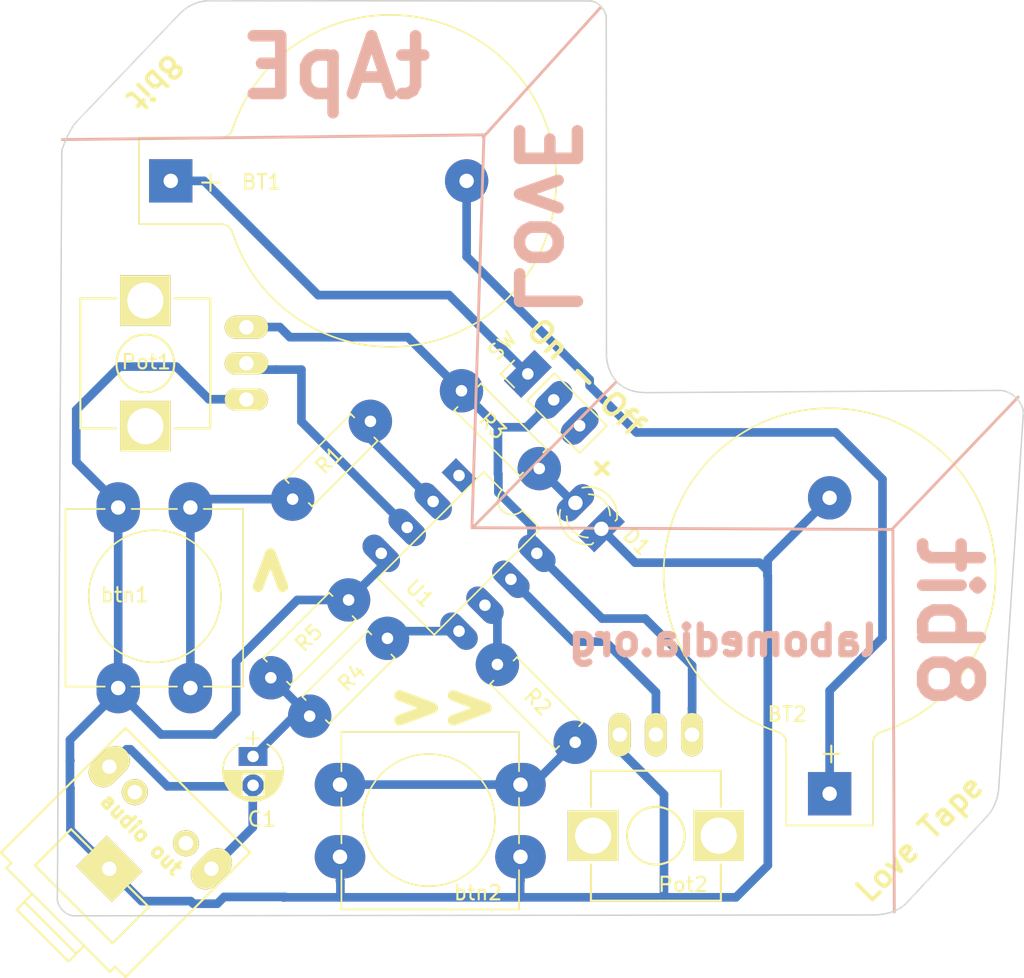
<source format=kicad_pcb>
(kicad_pcb (version 4) (host pcbnew 4.0.7+dfsg1-1)

  (general
    (links 30)
    (no_connects 1)
    (area 106.132098 66.442304 201.895 152.429111)
    (thickness 1.6)
    (drawings 189)
    (tracks 131)
    (zones 0)
    (modules 16)
    (nets 19)
  )

  (page A4)
  (title_block
    (title 8bitLoveTape)
    (date 2018-02-20)
    (rev 0.22)
    (company "by mitoufflon")
    (comment 1 "based on 8bitMixTapeManila")
    (comment 2 "ATtiny85 one liner synth")
  )

  (layers
    (0 F.Cu jumper)
    (31 B.Cu signal)
    (36 B.SilkS user)
    (37 F.SilkS user)
    (38 B.Mask user)
    (39 F.Mask user)
    (40 Dwgs.User user hide)
    (44 Edge.Cuts user)
    (45 Margin user hide)
    (49 F.Fab user hide)
  )

  (setup
    (last_trace_width 0.6)
    (trace_clearance 0.4)
    (zone_clearance 0.508)
    (zone_45_only no)
    (trace_min 0.6)
    (segment_width 0.2)
    (edge_width 0.1)
    (via_size 0.6)
    (via_drill 0.4)
    (via_min_size 0.4)
    (via_min_drill 0.3)
    (uvia_size 0.3)
    (uvia_drill 0.1)
    (uvias_allowed no)
    (uvia_min_size 0.2)
    (uvia_min_drill 0.1)
    (pcb_text_width 0.3)
    (pcb_text_size 1.5 1.5)
    (mod_edge_width 0.15)
    (mod_text_size 1 1)
    (mod_text_width 0.15)
    (pad_size 1.5 1.5)
    (pad_drill 0.8)
    (pad_to_mask_clearance 0)
    (aux_axis_origin 133.91 129.91)
    (visible_elements FFFFFFFF)
    (pcbplotparams
      (layerselection 0x010f0_80000001)
      (usegerberextensions true)
      (excludeedgelayer true)
      (linewidth 1.000000)
      (plotframeref false)
      (viasonmask false)
      (mode 1)
      (useauxorigin false)
      (hpglpennumber 1)
      (hpglpenspeed 20)
      (hpglpendiameter 15)
      (hpglpenoverlay 2)
      (psnegative false)
      (psa4output false)
      (plotreference true)
      (plotvalue false)
      (plotinvisibletext false)
      (padsonsilk false)
      (subtractmaskfromsilk false)
      (outputformat 1)
      (mirror false)
      (drillshape 0)
      (scaleselection 1)
      (outputdirectory ../gerber_loveTape-elecrow/))
  )

  (net 0 "")
  (net 1 "Net-(BT1-Pad2)")
  (net 2 VCC)
  (net 3 GND)
  (net 4 "Net-(D1-Pad2)")
  (net 5 "Net-(R1-Pad2)")
  (net 6 "Net-(R2-Pad2)")
  (net 7 "Net-(BT1-Pad1)")
  (net 8 "Net-(R2-Pad1)")
  (net 9 "Net-(Pot1-Pad2)")
  (net 10 "Net-(Pot2-Pad2)")
  (net 11 "Net-(R1-Pad1)")
  (net 12 "Net-(J1-Pad4)")
  (net 13 "Net-(J1-Pad5)")
  (net 14 "Net-(SW3-Pad3)")
  (net 15 "Net-(U1-Pad1)")
  (net 16 "Net-(10uF1-Pad1)")
  (net 17 "Net-(10uF1-Pad2)")
  (net 18 "Net-(R4-Pad1)")

  (net_class Default "Ceci est la Netclass par défaut"
    (clearance 0.4)
    (trace_width 0.6)
    (via_dia 0.6)
    (via_drill 0.4)
    (uvia_dia 0.3)
    (uvia_drill 0.1)
    (add_net GND)
    (add_net "Net-(10uF1-Pad1)")
    (add_net "Net-(10uF1-Pad2)")
    (add_net "Net-(BT1-Pad1)")
    (add_net "Net-(BT1-Pad2)")
    (add_net "Net-(D1-Pad2)")
    (add_net "Net-(J1-Pad4)")
    (add_net "Net-(J1-Pad5)")
    (add_net "Net-(Pot1-Pad2)")
    (add_net "Net-(Pot2-Pad2)")
    (add_net "Net-(R1-Pad1)")
    (add_net "Net-(R1-Pad2)")
    (add_net "Net-(R2-Pad1)")
    (add_net "Net-(R2-Pad2)")
    (add_net "Net-(R4-Pad1)")
    (add_net "Net-(SW3-Pad3)")
    (add_net "Net-(U1-Pad1)")
    (add_net VCC)
  )

  (net_class yo ""
    (clearance 0.6)
    (trace_width 0.6)
    (via_dia 0.6)
    (via_drill 0.4)
    (uvia_dia 0.3)
    (uvia_drill 0.1)
  )

  (module Buttons_Switches_THT:SW_PUSH-12mm (layer F.Cu) (tedit 5AA67348) (tstamp 5A8B4BB1)
    (at 138.15 114.09 90)
    (descr "SW PUSH 12mm https://www.e-switch.com/system/asset/product_line/data_sheet/143/TL1100.pdf")
    (tags "tact sw push 12mm")
    (path /594808FA)
    (fp_text reference btn1 (at 6.45 0.47 360) (layer F.SilkS)
      (effects (font (size 1 1) (thickness 0.15)))
    )
    (fp_text value SW_PUSH (at 6.62 3 90) (layer F.Fab) hide
      (effects (font (size 1 1) (thickness 0.15)))
    )
    (fp_line (start 0.25 8.5) (end 12.25 8.5) (layer F.Fab) (width 0.1))
    (fp_line (start 0.25 -3.5) (end 12.25 -3.5) (layer F.Fab) (width 0.1))
    (fp_line (start 12.25 -3.5) (end 12.25 8.5) (layer F.Fab) (width 0.1))
    (fp_line (start 0.1 -3.65) (end 12.4 -3.65) (layer F.SilkS) (width 0.12))
    (fp_line (start 12.4 0.93) (end 12.4 4.07) (layer F.SilkS) (width 0.12))
    (fp_line (start 12.4 8.65) (end 0.1 8.65) (layer F.SilkS) (width 0.12))
    (fp_line (start 0.1 -0.93) (end 0.1 -3.65) (layer F.SilkS) (width 0.12))
    (fp_line (start -1.77 -3.75) (end 14.25 -3.75) (layer F.CrtYd) (width 0.05))
    (fp_line (start -1.77 -3.75) (end -1.77 8.75) (layer F.CrtYd) (width 0.05))
    (fp_line (start 14.25 8.75) (end 14.25 -3.75) (layer F.CrtYd) (width 0.05))
    (fp_line (start 14.25 8.75) (end -1.77 8.75) (layer F.CrtYd) (width 0.05))
    (fp_circle (center 6.35 2.54) (end 10.16 5.08) (layer F.SilkS) (width 0.12))
    (fp_line (start 0.25 -3.5) (end 0.25 8.5) (layer F.Fab) (width 0.1))
    (fp_line (start 0.1 8.65) (end 0.1 5.93) (layer F.SilkS) (width 0.12))
    (fp_line (start 0.1 4.07) (end 0.1 0.93) (layer F.SilkS) (width 0.12))
    (fp_line (start 12.4 5.93) (end 12.4 8.65) (layer F.SilkS) (width 0.12))
    (fp_line (start 12.4 -3.65) (end 12.4 -0.93) (layer F.SilkS) (width 0.12))
    (pad 1 thru_hole oval (at 12.5 0 90) (size 3.5 3) (drill 1) (layers *.Cu *.Mask)
      (net 3 GND))
    (pad 2 thru_hole oval (at 12.5 5 90) (size 3.5 3) (drill 1) (layers *.Cu *.Mask)
      (net 5 "Net-(R1-Pad2)"))
    (pad 1 thru_hole oval (at 0 0 90) (size 3.5 3) (drill 1) (layers *.Cu *.Mask)
      (net 3 GND))
    (pad 2 thru_hole oval (at 0 5 90) (size 3.5 3) (drill 1) (layers *.Cu *.Mask)
      (net 5 "Net-(R1-Pad2)"))
    (model ${KISYS3DMOD}/Buttons_Switches_THT.3dshapes/SW_PUSH-12mm.wrl
      (at (xyz 0.248 -0.1 0))
      (scale (xyz 3.93701 3.93701 3.93701))
      (rotate (xyz 0 0 0))
    )
  )

  (module Buttons_Switches_THT:SW_PUSH-12mm (layer F.Cu) (tedit 5AA67323) (tstamp 5A8B4BCB)
    (at 166.01 125.78 180)
    (descr "SW PUSH 12mm https://www.e-switch.com/system/asset/product_line/data_sheet/143/TL1100.pdf")
    (tags "tact sw push 12mm")
    (path /59480899)
    (fp_text reference btn2 (at 2.94 -2.49 180) (layer F.SilkS)
      (effects (font (size 1 1) (thickness 0.15)))
    )
    (fp_text value SW_PUSH (at 6 5 180) (layer F.Fab) hide
      (effects (font (size 1 1) (thickness 0.15)))
    )
    (fp_line (start 0.25 8.5) (end 12.25 8.5) (layer F.Fab) (width 0.1))
    (fp_line (start 0.25 -3.5) (end 12.25 -3.5) (layer F.Fab) (width 0.1))
    (fp_line (start 12.25 -3.5) (end 12.25 8.5) (layer F.Fab) (width 0.1))
    (fp_line (start 0.1 -3.65) (end 12.4 -3.65) (layer F.SilkS) (width 0.12))
    (fp_line (start 12.4 0.93) (end 12.4 4.07) (layer F.SilkS) (width 0.12))
    (fp_line (start 12.4 8.65) (end 0.1 8.65) (layer F.SilkS) (width 0.12))
    (fp_line (start 0.1 -0.93) (end 0.1 -3.65) (layer F.SilkS) (width 0.12))
    (fp_line (start -1.77 -3.75) (end 14.25 -3.75) (layer F.CrtYd) (width 0.05))
    (fp_line (start -1.77 -3.75) (end -1.77 8.75) (layer F.CrtYd) (width 0.05))
    (fp_line (start 14.25 8.75) (end 14.25 -3.75) (layer F.CrtYd) (width 0.05))
    (fp_line (start 14.25 8.75) (end -1.77 8.75) (layer F.CrtYd) (width 0.05))
    (fp_circle (center 6.35 2.54) (end 10.16 5.08) (layer F.SilkS) (width 0.12))
    (fp_line (start 0.25 -3.5) (end 0.25 8.5) (layer F.Fab) (width 0.1))
    (fp_line (start 0.1 8.65) (end 0.1 5.93) (layer F.SilkS) (width 0.12))
    (fp_line (start 0.1 4.07) (end 0.1 0.93) (layer F.SilkS) (width 0.12))
    (fp_line (start 12.4 5.93) (end 12.4 8.65) (layer F.SilkS) (width 0.12))
    (fp_line (start 12.4 -3.65) (end 12.4 -0.93) (layer F.SilkS) (width 0.12))
    (pad 1 thru_hole oval (at 12.5 0 180) (size 3.5 3) (drill 1) (layers *.Cu *.Mask)
      (net 3 GND))
    (pad 2 thru_hole oval (at 12.5 5 180) (size 3.5 3) (drill 1) (layers *.Cu *.Mask)
      (net 6 "Net-(R2-Pad2)"))
    (pad 1 thru_hole oval (at 0 0 180) (size 3.5 3) (drill 1) (layers *.Cu *.Mask)
      (net 3 GND))
    (pad 2 thru_hole oval (at 0 5 180) (size 3.5 3) (drill 1) (layers *.Cu *.Mask)
      (net 6 "Net-(R2-Pad2)"))
    (model ${KISYS3DMOD}/Buttons_Switches_THT.3dshapes/SW_PUSH-12mm.wrl
      (at (xyz 0.248 -0.1 0))
      (scale (xyz 3.93701 3.93701 3.93701))
      (rotate (xyz 0 0 0))
    )
  )

  (module Resistors_THT:R_Axial_DIN0207_L6.3mm_D2.5mm_P7.62mm_Horizontal (layer F.Cu) (tedit 5A858326) (tstamp 5975EEEA)
    (at 155.618154 95.621846 225)
    (descr "Resistor, Axial_DIN0207 series, Axial, Horizontal, pin pitch=7.62mm, 0.25W = 1/4W, length*diameter=6.3*2.5mm^2, http://cdn-reichelt.de/documents/datenblatt/B400/1_4W%23YAG.pdf")
    (tags "Resistor Axial_DIN0207 series Axial Horizontal pin pitch 7.62mm 0.25W = 1/4W length 6.3mm diameter 2.5mm")
    (path /59480974)
    (fp_text reference R1 (at 3.935974 0.120208 225) (layer F.SilkS)
      (effects (font (size 1 1) (thickness 0.15)))
    )
    (fp_text value 12K (at 3.667828 0.097403 225) (layer F.Fab)
      (effects (font (size 1 1) (thickness 0.15)))
    )
    (fp_line (start 0.66 -1.25) (end 0.66 1.25) (layer F.Fab) (width 0.1))
    (fp_line (start 0.66 1.25) (end 6.96 1.25) (layer F.Fab) (width 0.1))
    (fp_line (start 6.96 1.25) (end 6.96 -1.25) (layer F.Fab) (width 0.1))
    (fp_line (start 6.96 -1.25) (end 0.66 -1.25) (layer F.Fab) (width 0.1))
    (fp_line (start 0 0) (end 0.66 0) (layer F.Fab) (width 0.1))
    (fp_line (start 7.62 0) (end 6.96 0) (layer F.Fab) (width 0.1))
    (fp_line (start 0.6 -0.98) (end 0.6 -1.31) (layer F.SilkS) (width 0.12))
    (fp_line (start 0.6 -1.31) (end 7.02 -1.31) (layer F.SilkS) (width 0.12))
    (fp_line (start 7.02 -1.31) (end 7.02 -0.98) (layer F.SilkS) (width 0.12))
    (fp_line (start 0.6 0.98) (end 0.6 1.31) (layer F.SilkS) (width 0.12))
    (fp_line (start 0.6 1.31) (end 7.02 1.31) (layer F.SilkS) (width 0.12))
    (fp_line (start 7.02 1.31) (end 7.02 0.98) (layer F.SilkS) (width 0.12))
    (fp_line (start -1.05 -1.6) (end -1.05 1.6) (layer F.CrtYd) (width 0.05))
    (fp_line (start -1.05 1.6) (end 8.7 1.6) (layer F.CrtYd) (width 0.05))
    (fp_line (start 8.7 1.6) (end 8.7 -1.6) (layer F.CrtYd) (width 0.05))
    (fp_line (start 8.7 -1.6) (end -1.05 -1.6) (layer F.CrtYd) (width 0.05))
    (pad 1 thru_hole circle (at 0 0 225) (size 3 3) (drill 0.8) (layers *.Cu *.Mask)
      (net 11 "Net-(R1-Pad1)"))
    (pad 2 thru_hole circle (at 7.62 0 225) (size 3 3) (drill 0.8) (layers *.Cu *.Mask)
      (net 5 "Net-(R1-Pad2)"))
    (model Resistors_THT.3dshapes/R_Axial_DIN0207_L6.3mm_D2.5mm_P7.62mm_Horizontal.wrl
      (at (xyz 0 0 0))
      (scale (xyz 0.393701 0.393701 0.393701))
      (rotate (xyz 0 0 0))
    )
  )

  (module Housings_DIP:DIP-8_W7.62mm (layer F.Cu) (tedit 5A8B4FAF) (tstamp 5A5F3FA5)
    (at 161.754707 99.376142 315)
    (descr "8-lead dip package, row spacing 7.62 mm (300 mils)")
    (tags "DIL DIP PDIP 2.54mm 7.62mm 300mil")
    (path /5A5EB20B)
    (fp_text reference U1 (at 3.846061 7.699378 315) (layer F.SilkS)
      (effects (font (size 1 1) (thickness 0.15)))
    )
    (fp_text value ATTINY85-20PU (at 3.86 4.9 405) (layer F.Fab)
      (effects (font (size 1 1) (thickness 0.15)))
    )
    (fp_text user %R (at 7.56 3.64 315) (layer F.Fab)
      (effects (font (size 1 1) (thickness 0.15)))
    )
    (fp_line (start 1.635 -1.27) (end 6.985 -1.27) (layer F.Fab) (width 0.1))
    (fp_line (start 6.985 -1.27) (end 6.985 8.89) (layer F.Fab) (width 0.1))
    (fp_line (start 6.985 8.89) (end 0.635 8.89) (layer F.Fab) (width 0.1))
    (fp_line (start 0.635 8.89) (end 0.635 -0.27) (layer F.Fab) (width 0.1))
    (fp_line (start 0.635 -0.27) (end 1.635 -1.27) (layer F.Fab) (width 0.1))
    (fp_line (start 2.81 -1.39) (end 1.04 -1.39) (layer F.SilkS) (width 0.12))
    (fp_line (start 1.04 -1.39) (end 1.04 9.01) (layer F.SilkS) (width 0.12))
    (fp_line (start 1.04 9.01) (end 6.58 9.01) (layer F.SilkS) (width 0.12))
    (fp_line (start 6.58 9.01) (end 6.58 -1.39) (layer F.SilkS) (width 0.12))
    (fp_line (start 6.58 -1.39) (end 4.81 -1.39) (layer F.SilkS) (width 0.12))
    (fp_line (start -1.1 -1.6) (end -1.1 9.2) (layer F.CrtYd) (width 0.05))
    (fp_line (start -1.1 9.2) (end 8.7 9.2) (layer F.CrtYd) (width 0.05))
    (fp_line (start 8.7 9.2) (end 8.7 -1.6) (layer F.CrtYd) (width 0.05))
    (fp_line (start 8.7 -1.6) (end -1.1 -1.6) (layer F.CrtYd) (width 0.05))
    (fp_arc (start 3.81 -1.39) (end 2.81 -1.39) (angle -180) (layer F.SilkS) (width 0.12))
    (pad 1 thru_hole rect (at 0 0 315) (size 2 1.4) (drill 0.8) (layers *.Cu *.Mask)
      (net 15 "Net-(U1-Pad1)"))
    (pad 5 thru_hole oval (at 7.62 7.62 315) (size 3 1.6) (drill 0.8) (layers *.Cu *.Mask)
      (net 18 "Net-(R4-Pad1)"))
    (pad 2 thru_hole oval (at 0 2.54 315) (size 3 1.6) (drill 0.8) (layers *.Cu *.Mask)
      (net 11 "Net-(R1-Pad1)"))
    (pad 6 thru_hole oval (at 7.62 5.08 315) (size 3 1.6) (drill 0.8) (layers *.Cu *.Mask)
      (net 8 "Net-(R2-Pad1)"))
    (pad 3 thru_hole oval (at 0 5.079999 315) (size 3 1.6) (drill 0.8) (layers *.Cu *.Mask)
      (net 9 "Net-(Pot1-Pad2)"))
    (pad 7 thru_hole oval (at 7.62 2.54 315) (size 3 1.6) (drill 0.8) (layers *.Cu *.Mask)
      (net 10 "Net-(Pot2-Pad2)"))
    (pad 4 thru_hole oval (at 0 7.62 315) (size 3 1.6) (drill 0.8) (layers *.Cu *.Mask)
      (net 3 GND))
    (pad 8 thru_hole oval (at 7.62 0 315) (size 3 1.6) (drill 0.8) (layers *.Cu *.Mask)
      (net 2 VCC))
    (model ${KISYS3DMOD}/Housings_DIP.3dshapes/DIP-8_W7.62mm.wrl
      (at (xyz 0 0 0))
      (scale (xyz 1 1 1))
      (rotate (xyz 0 0 0))
    )
  )

  (module lib_Moi:Tayda_3.5mm_stereo_TRS_jack_A-853 (layer F.Cu) (tedit 5AABECA5) (tstamp 5A5F3F40)
    (at 138.660599 125.482524 135)
    (path /5A5F28BB)
    (fp_text reference J1 (at -0.938244 4.944038 135) (layer F.SilkS) hide
      (effects (font (size 0.8 0.8) (thickness 0.15)))
    )
    (fp_text value "audio out" (at 0.122416 1.677204 135) (layer F.SilkS)
      (effects (font (size 1 1) (thickness 0.25)))
    )
    (fp_line (start -1.778 -1.524) (end -3.81 -1.524) (layer F.SilkS) (width 0.15))
    (fp_line (start -3.81 -1.524) (end -3.81 -5.08) (layer F.SilkS) (width 0.15))
    (fp_line (start -3.81 -5.08) (end 3.81 -5.08) (layer F.SilkS) (width 0.15))
    (fp_line (start 3.81 -5.08) (end 3.81 -1.524) (layer F.SilkS) (width 0.15))
    (fp_line (start 3.81 -1.524) (end 1.778 -1.524) (layer F.SilkS) (width 0.15))
    (fp_line (start -5.08 -6.096) (end -6.096 -6.096) (layer F.SilkS) (width 0.15))
    (fp_line (start 6.096 -6.096) (end 5.08 -6.096) (layer F.SilkS) (width 0.15))
    (fp_line (start -2.54 -8.128) (end -2.54 -6.604) (layer F.SilkS) (width 0.15))
    (fp_line (start 2.54 -6.604) (end 2.54 -8.128) (layer F.SilkS) (width 0.15))
    (fp_line (start -2.54 -7.366) (end 2.54 -7.366) (layer F.SilkS) (width 0.15))
    (fp_line (start -5.08 -6.096) (end -5.08 -6.35) (layer F.SilkS) (width 0.15))
    (fp_line (start -5.08 -6.35) (end -5.08 -6.604) (layer F.SilkS) (width 0.15))
    (fp_line (start -5.08 -6.604) (end 5.08 -6.604) (layer F.SilkS) (width 0.15))
    (fp_line (start 5.08 -6.604) (end 5.08 -6.096) (layer F.SilkS) (width 0.15))
    (fp_line (start -2.54 -8.128) (end 2.54 -8.128) (layer F.SilkS) (width 0.15))
    (fp_line (start -6.096 6.096) (end -6.096 -6.096) (layer F.SilkS) (width 0.15))
    (fp_line (start 6.096 -6.096) (end 6.096 6.096) (layer F.SilkS) (width 0.15))
    (fp_line (start 6.096 6.096) (end -6.096 6.096) (layer F.SilkS) (width 0.15))
    (pad 1 thru_hole rect (at 0 -1.595999 135) (size 3.5 3) (drill 1) (layers *.Cu *.Mask F.SilkS)
      (net 3 GND))
    (pad 2 thru_hole oval (at 5 3.41 135) (size 2 3.2) (drill 1) (layers *.Cu *.Mask F.SilkS)
      (net 17 "Net-(10uF1-Pad2)"))
    (pad 3 thru_hole oval (at -5 3.41 135) (size 2 3.2) (drill 1) (layers *.Cu *.Mask F.SilkS)
      (net 17 "Net-(10uF1-Pad2)"))
    (pad 4 thru_hole circle (at 2.5 3.41 135) (size 1.8 1.8) (drill 1) (layers *.Cu *.Mask F.SilkS)
      (net 12 "Net-(J1-Pad4)"))
    (pad 5 thru_hole circle (at -2.5 3.41 135) (size 1.8 1.8) (drill 1) (layers *.Cu *.Mask F.SilkS)
      (net 13 "Net-(J1-Pad5)"))
  )

  (module Resistors_THT:R_Axial_DIN0207_L6.3mm_D2.5mm_P7.62mm_Horizontal (layer F.Cu) (tedit 5A858131) (tstamp 5975EEEF)
    (at 164.411846 112.461846 315)
    (descr "Resistor, Axial_DIN0207 series, Axial, Horizontal, pin pitch=7.62mm, 0.25W = 1/4W, length*diameter=6.3*2.5mm^2, http://cdn-reichelt.de/documents/datenblatt/B400/1_4W%23YAG.pdf")
    (tags "Resistor Axial_DIN0207 series Axial Horizontal pin pitch 7.62mm 0.25W = 1/4W length 6.3mm diameter 2.5mm")
    (path /59480951)
    (fp_text reference R2 (at 3.815766 -0.155563 315) (layer F.SilkS)
      (effects (font (size 1 1) (thickness 0.15)))
    )
    (fp_text value 12k (at 3.592616 0.212033 315) (layer F.Fab)
      (effects (font (size 1 1) (thickness 0.15)))
    )
    (fp_line (start 0.66 -1.25) (end 0.66 1.25) (layer F.Fab) (width 0.1))
    (fp_line (start 0.66 1.25) (end 6.96 1.25) (layer F.Fab) (width 0.1))
    (fp_line (start 6.96 1.25) (end 6.96 -1.25) (layer F.Fab) (width 0.1))
    (fp_line (start 6.96 -1.25) (end 0.66 -1.25) (layer F.Fab) (width 0.1))
    (fp_line (start 0 0) (end 0.66 0) (layer F.Fab) (width 0.1))
    (fp_line (start 7.62 0) (end 6.96 0) (layer F.Fab) (width 0.1))
    (fp_line (start 0.6 -0.98) (end 0.6 -1.31) (layer F.SilkS) (width 0.12))
    (fp_line (start 0.6 -1.31) (end 7.02 -1.31) (layer F.SilkS) (width 0.12))
    (fp_line (start 7.02 -1.31) (end 7.02 -0.98) (layer F.SilkS) (width 0.12))
    (fp_line (start 0.6 0.98) (end 0.6 1.31) (layer F.SilkS) (width 0.12))
    (fp_line (start 0.6 1.31) (end 7.02 1.31) (layer F.SilkS) (width 0.12))
    (fp_line (start 7.02 1.31) (end 7.02 0.98) (layer F.SilkS) (width 0.12))
    (fp_line (start -1.05 -1.6) (end -1.05 1.6) (layer F.CrtYd) (width 0.05))
    (fp_line (start -1.05 1.6) (end 8.7 1.6) (layer F.CrtYd) (width 0.05))
    (fp_line (start 8.7 1.6) (end 8.7 -1.6) (layer F.CrtYd) (width 0.05))
    (fp_line (start 8.7 -1.6) (end -1.05 -1.6) (layer F.CrtYd) (width 0.05))
    (pad 1 thru_hole circle (at 0 0 315) (size 3 3) (drill 0.8) (layers *.Cu *.Mask)
      (net 8 "Net-(R2-Pad1)"))
    (pad 2 thru_hole circle (at 7.62 0 315) (size 3 3) (drill 0.8) (layers *.Cu *.Mask)
      (net 6 "Net-(R2-Pad2)"))
    (model Resistors_THT.3dshapes/R_Axial_DIN0207_L6.3mm_D2.5mm_P7.62mm_Horizontal.wrl
      (at (xyz 0 0 0))
      (scale (xyz 0.393701 0.393701 0.393701))
      (rotate (xyz 0 0 0))
    )
  )

  (module Resistors_THT:R_Axial_DIN0207_L6.3mm_D2.5mm_P7.62mm_Horizontal (layer F.Cu) (tedit 5A8D7D5C) (tstamp 5975EEF4)
    (at 167.312566 98.895309 135)
    (descr "Resistor, Axial_DIN0207 series, Axial, Horizontal, pin pitch=7.62mm, 0.25W = 1/4W, length*diameter=6.3*2.5mm^2, http://cdn-reichelt.de/documents/datenblatt/B400/1_4W%23YAG.pdf")
    (tags "Resistor Axial_DIN0207 series Axial Horizontal pin pitch 7.62mm 0.25W = 1/4W length 6.3mm diameter 2.5mm")
    (path /596E3C0D)
    (fp_text reference R3 (at 4.382559 -0.188979 135) (layer F.SilkS)
      (effects (font (size 1 1) (thickness 0.15)))
    )
    (fp_text value R (at 4.580549 -0.104126 135) (layer F.Fab)
      (effects (font (size 1 1) (thickness 0.15)))
    )
    (fp_line (start 0.66 -1.25) (end 0.66 1.25) (layer F.Fab) (width 0.1))
    (fp_line (start 0.66 1.25) (end 6.96 1.25) (layer F.Fab) (width 0.1))
    (fp_line (start 6.96 1.25) (end 6.96 -1.25) (layer F.Fab) (width 0.1))
    (fp_line (start 6.96 -1.25) (end 0.66 -1.25) (layer F.Fab) (width 0.1))
    (fp_line (start 0 0) (end 0.66 0) (layer F.Fab) (width 0.1))
    (fp_line (start 7.62 0) (end 6.96 0) (layer F.Fab) (width 0.1))
    (fp_line (start 0.6 -0.98) (end 0.6 -1.31) (layer F.SilkS) (width 0.12))
    (fp_line (start 0.6 -1.31) (end 7.02 -1.31) (layer F.SilkS) (width 0.12))
    (fp_line (start 7.02 -1.31) (end 7.02 -0.98) (layer F.SilkS) (width 0.12))
    (fp_line (start 0.6 0.98) (end 0.6 1.31) (layer F.SilkS) (width 0.12))
    (fp_line (start 0.6 1.31) (end 7.02 1.31) (layer F.SilkS) (width 0.12))
    (fp_line (start 7.02 1.31) (end 7.02 0.98) (layer F.SilkS) (width 0.12))
    (fp_line (start -1.05 -1.6) (end -1.05 1.6) (layer F.CrtYd) (width 0.05))
    (fp_line (start -1.05 1.6) (end 8.7 1.6) (layer F.CrtYd) (width 0.05))
    (fp_line (start 8.7 1.6) (end 8.7 -1.6) (layer F.CrtYd) (width 0.05))
    (fp_line (start 8.7 -1.6) (end -1.05 -1.6) (layer F.CrtYd) (width 0.05))
    (pad 1 thru_hole circle (at 0 0 135) (size 3 3) (drill 0.8) (layers *.Cu *.Mask)
      (net 4 "Net-(D1-Pad2)"))
    (pad 2 thru_hole circle (at 7.62 0 135) (size 3 3) (drill 0.8) (layers *.Cu *.Mask)
      (net 2 VCC))
    (model Resistors_THT.3dshapes/R_Axial_DIN0207_L6.3mm_D2.5mm_P7.62mm_Horizontal.wrl
      (at (xyz 0 0 0))
      (scale (xyz 0.393701 0.393701 0.393701))
      (rotate (xyz 0 0 0))
    )
  )

  (module LEDs:LED_D3.0mm_FlatTop (layer F.Cu) (tedit 5AABDD7B) (tstamp 596E4261)
    (at 171.611775 103.067239 135)
    (descr "LED, Round, FlatTop, diameter 3.0mm, 2 pins, http://www.kingbright.com/attachments/file/psearch/000/00/00/L-47XEC(Ver.9A).pdf")
    (tags "LED Round FlatTop diameter 3.0mm 2 pins")
    (path /596E382E)
    (fp_text reference D1 (at -2.348292 1.114021 135) (layer F.SilkS)
      (effects (font (size 1 1) (thickness 0.15)))
    )
    (fp_text value LED (at 1.27 2.96 135) (layer F.Fab)
      (effects (font (size 1 1) (thickness 0.15)))
    )
    (fp_arc (start 1.27 0) (end -0.23 -1.16619) (angle 284.3) (layer F.Fab) (width 0.1))
    (fp_arc (start 1.27 0) (end -0.29 -1.235516) (angle 108.8) (layer F.SilkS) (width 0.12))
    (fp_arc (start 1.27 0) (end -0.29 1.235516) (angle -108.8) (layer F.SilkS) (width 0.12))
    (fp_arc (start 1.27 0) (end 0.229039 -1.08) (angle 87.9) (layer F.SilkS) (width 0.12))
    (fp_arc (start 1.27 0) (end 0.229039 1.08) (angle -87.9) (layer F.SilkS) (width 0.12))
    (fp_circle (center 1.27 0) (end 2.77 0) (layer F.Fab) (width 0.1))
    (fp_line (start -0.23 -1.16619) (end -0.23 1.16619) (layer F.Fab) (width 0.1))
    (fp_line (start -0.29 -1.236) (end -0.29 -1.08) (layer F.SilkS) (width 0.12))
    (fp_line (start -0.29 1.08) (end -0.29 1.236) (layer F.SilkS) (width 0.12))
    (fp_line (start -1.15 -2.25) (end -1.15 2.25) (layer F.CrtYd) (width 0.05))
    (fp_line (start -1.15 2.25) (end 3.7 2.25) (layer F.CrtYd) (width 0.05))
    (fp_line (start 3.7 2.25) (end 3.7 -2.25) (layer F.CrtYd) (width 0.05))
    (fp_line (start 3.7 -2.25) (end -1.15 -2.25) (layer F.CrtYd) (width 0.05))
    (pad 1 thru_hole rect (at 0 0 135) (size 1.6 3) (drill 1) (layers *.Cu *.Mask)
      (net 3 GND))
    (pad 2 thru_hole oval (at 2.54 0 135) (size 1.6 3) (drill 1) (layers *.Cu *.Mask)
      (net 4 "Net-(D1-Pad2)"))
    (model LEDs.3dshapes/LED_D3.0mm_FlatTop.wrl
      (at (xyz 0 0 0))
      (scale (xyz 0.393701 0.393701 0.393701))
      (rotate (xyz 0 0 0))
    )
  )

  (module Potentiometers:Potentiometer_Alpha-RV09 (layer F.Cu) (tedit 5A93F15E) (tstamp 5A8B4BEB)
    (at 147.03 94.11 180)
    (descr "9mm insulated shaft potentiometer")
    (tags "Potentiometer Alpha Pot 9mm RV09")
    (path /594806A1)
    (fp_text reference Pot1 (at 6.94 2.61 360) (layer F.SilkS)
      (effects (font (size 1 1) (thickness 0.15)))
    )
    (fp_text value "10K lin" (at 4.77 10.2 180) (layer F.Fab)
      (effects (font (size 1 1) (thickness 0.15)))
    )
    (fp_line (start 2 -2.5) (end 2 -1) (layer F.CrtYd) (width 0.05))
    (fp_line (start 5 -4) (end 9 -4) (layer F.CrtYd) (width 0.05))
    (fp_line (start 5 -4) (end 5 -2.5) (layer F.CrtYd) (width 0.05))
    (fp_line (start 5 -2.5) (end 2 -2.5) (layer F.CrtYd) (width 0.05))
    (fp_line (start -1 -1) (end 2 -1) (layer F.CrtYd) (width 0.05))
    (fp_line (start 9 -4) (end 9 -2.5) (layer F.CrtYd) (width 0.05))
    (fp_line (start 9 -2.5) (end 12 -2.5) (layer F.CrtYd) (width 0.05))
    (fp_line (start 12 -2.5) (end 12 7.5) (layer F.CrtYd) (width 0.05))
    (fp_line (start 12 7.5) (end 9 7.5) (layer F.CrtYd) (width 0.05))
    (fp_line (start 9 7.5) (end 9 9) (layer F.CrtYd) (width 0.05))
    (fp_line (start 9 9) (end 5 9) (layer F.CrtYd) (width 0.05))
    (fp_line (start 5 9) (end 5 7.5) (layer F.CrtYd) (width 0.05))
    (fp_line (start 5 7.5) (end 2 7.5) (layer F.CrtYd) (width 0.05))
    (fp_line (start 2 7.5) (end 2 6) (layer F.CrtYd) (width 0.05))
    (fp_line (start 2 6) (end -1 6) (layer F.CrtYd) (width 0.05))
    (fp_line (start -1 6) (end -1 -1) (layer F.CrtYd) (width 0.05))
    (fp_line (start 11.5 7) (end 9 7) (layer F.SilkS) (width 0.15))
    (fp_line (start 5 7) (end 2.5 7) (layer F.SilkS) (width 0.15))
    (fp_line (start 5 -2) (end 2.5 -2) (layer F.SilkS) (width 0.15))
    (fp_line (start 11.5 -2) (end 9 -2) (layer F.SilkS) (width 0.15))
    (fp_line (start 2.5 -2) (end 2.5 7) (layer F.SilkS) (width 0.15))
    (fp_line (start 11.5 -2) (end 11.5 7) (layer F.SilkS) (width 0.15))
    (fp_circle (center 7 2.5) (end 9 2.5) (layer F.SilkS) (width 0.15))
    (pad 1 thru_hole oval (at 0 0 90) (size 1.524 3) (drill 1) (layers *.Cu *.Mask F.SilkS)
      (net 3 GND))
    (pad 2 thru_hole oval (at 0 2.5 90) (size 1.524 3) (drill 1) (layers *.Cu *.Mask F.SilkS)
      (net 9 "Net-(Pot1-Pad2)"))
    (pad 3 thru_hole oval (at 0 5 90) (size 1.6 3) (drill 1) (layers *.Cu *.Mask F.SilkS)
      (net 2 VCC))
    (pad 4 thru_hole rect (at 7 -1.85 90) (size 3.5 3.5) (drill 2.5) (layers *.Cu *.Mask F.SilkS))
    (pad 5 thru_hole rect (at 7 6.85 90) (size 3.5 3.5) (drill 2.5) (layers *.Cu *.Mask F.SilkS))
  )

  (module Potentiometers:Potentiometer_Alpha-RV09 (layer F.Cu) (tedit 5A93EF94) (tstamp 5A8B4C0B)
    (at 177.89 117.32 270)
    (descr "9mm insulated shaft potentiometer")
    (tags "Potentiometer Alpha Pot 9mm RV09")
    (path /59480680)
    (fp_text reference Pot2 (at 10.38 0.62 540) (layer F.SilkS)
      (effects (font (size 1 1) (thickness 0.15)))
    )
    (fp_text value "10k lin" (at 3.77 2.57 360) (layer F.Fab)
      (effects (font (size 1 1) (thickness 0.15)))
    )
    (fp_line (start 2 -2.5) (end 2 -1) (layer F.CrtYd) (width 0.05))
    (fp_line (start 5 -4) (end 9 -4) (layer F.CrtYd) (width 0.05))
    (fp_line (start 5 -4) (end 5 -2.5) (layer F.CrtYd) (width 0.05))
    (fp_line (start 5 -2.5) (end 2 -2.5) (layer F.CrtYd) (width 0.05))
    (fp_line (start -1 -1) (end 2 -1) (layer F.CrtYd) (width 0.05))
    (fp_line (start 9 -4) (end 9 -2.5) (layer F.CrtYd) (width 0.05))
    (fp_line (start 9 -2.5) (end 12 -2.5) (layer F.CrtYd) (width 0.05))
    (fp_line (start 12 -2.5) (end 12 7.5) (layer F.CrtYd) (width 0.05))
    (fp_line (start 12 7.5) (end 9 7.5) (layer F.CrtYd) (width 0.05))
    (fp_line (start 9 7.5) (end 9 9) (layer F.CrtYd) (width 0.05))
    (fp_line (start 9 9) (end 5 9) (layer F.CrtYd) (width 0.05))
    (fp_line (start 5 9) (end 5 7.5) (layer F.CrtYd) (width 0.05))
    (fp_line (start 5 7.5) (end 2 7.5) (layer F.CrtYd) (width 0.05))
    (fp_line (start 2 7.5) (end 2 6) (layer F.CrtYd) (width 0.05))
    (fp_line (start 2 6) (end -1 6) (layer F.CrtYd) (width 0.05))
    (fp_line (start -1 6) (end -1 -1) (layer F.CrtYd) (width 0.05))
    (fp_line (start 11.5 7) (end 9 7) (layer F.SilkS) (width 0.15))
    (fp_line (start 5 7) (end 2.5 7) (layer F.SilkS) (width 0.15))
    (fp_line (start 5 -2) (end 2.5 -2) (layer F.SilkS) (width 0.15))
    (fp_line (start 11.5 -2) (end 9 -2) (layer F.SilkS) (width 0.15))
    (fp_line (start 2.5 -2) (end 2.5 7) (layer F.SilkS) (width 0.15))
    (fp_line (start 11.5 -2) (end 11.5 7) (layer F.SilkS) (width 0.15))
    (fp_circle (center 7 2.5) (end 9 2.5) (layer F.SilkS) (width 0.15))
    (pad 1 thru_hole oval (at 0 0 180) (size 1.524 3) (drill 1) (layers *.Cu *.Mask F.SilkS)
      (net 2 VCC))
    (pad 2 thru_hole oval (at 0 2.5 180) (size 1.524 3) (drill 1) (layers *.Cu *.Mask F.SilkS)
      (net 10 "Net-(Pot2-Pad2)"))
    (pad 3 thru_hole oval (at 0 5 180) (size 1.524 3) (drill 1) (layers *.Cu *.Mask F.SilkS)
      (net 3 GND))
    (pad 4 thru_hole rect (at 7 -1.85 180) (size 3.5 3.5) (drill 2.5) (layers *.Cu *.Mask F.SilkS))
    (pad 5 thru_hole rect (at 7 6.85 180) (size 3.5 3.5) (drill 2.5) (layers *.Cu *.Mask F.SilkS))
  )

  (module Resistors_THT:R_Axial_DIN0207_L6.3mm_D2.5mm_P7.62mm_Horizontal (layer F.Cu) (tedit 5AA949B6) (tstamp 5AA94B08)
    (at 156.798154 110.651846 225)
    (descr "Resistor, Axial_DIN0207 series, Axial, Horizontal, pin pitch=7.62mm, 0.25W = 1/4W, length*diameter=6.3*2.5mm^2, http://cdn-reichelt.de/documents/datenblatt/B400/1_4W%23YAG.pdf")
    (tags "Resistor Axial_DIN0207 series Axial Horizontal pin pitch 7.62mm 0.25W = 1/4W length 6.3mm diameter 2.5mm")
    (path /5AA934C4)
    (fp_text reference R4 (at 3.681416 -0.162635 225) (layer F.SilkS)
      (effects (font (size 1 1) (thickness 0.15)))
    )
    (fp_text value 3k3 (at 3.81 2.31 225) (layer F.Fab)
      (effects (font (size 1 1) (thickness 0.15)))
    )
    (fp_line (start 0.66 -1.25) (end 0.66 1.25) (layer F.Fab) (width 0.1))
    (fp_line (start 0.66 1.25) (end 6.96 1.25) (layer F.Fab) (width 0.1))
    (fp_line (start 6.96 1.25) (end 6.96 -1.25) (layer F.Fab) (width 0.1))
    (fp_line (start 6.96 -1.25) (end 0.66 -1.25) (layer F.Fab) (width 0.1))
    (fp_line (start 0 0) (end 0.66 0) (layer F.Fab) (width 0.1))
    (fp_line (start 7.62 0) (end 6.96 0) (layer F.Fab) (width 0.1))
    (fp_line (start 0.6 -0.98) (end 0.6 -1.31) (layer F.SilkS) (width 0.12))
    (fp_line (start 0.6 -1.31) (end 7.02 -1.31) (layer F.SilkS) (width 0.12))
    (fp_line (start 7.02 -1.31) (end 7.02 -0.98) (layer F.SilkS) (width 0.12))
    (fp_line (start 0.6 0.98) (end 0.6 1.31) (layer F.SilkS) (width 0.12))
    (fp_line (start 0.6 1.31) (end 7.02 1.31) (layer F.SilkS) (width 0.12))
    (fp_line (start 7.02 1.31) (end 7.02 0.98) (layer F.SilkS) (width 0.12))
    (fp_line (start -1.05 -1.6) (end -1.05 1.6) (layer F.CrtYd) (width 0.05))
    (fp_line (start -1.05 1.6) (end 8.7 1.6) (layer F.CrtYd) (width 0.05))
    (fp_line (start 8.7 1.6) (end 8.7 -1.6) (layer F.CrtYd) (width 0.05))
    (fp_line (start 8.7 -1.6) (end -1.05 -1.6) (layer F.CrtYd) (width 0.05))
    (pad 1 thru_hole circle (at 0 0 225) (size 3 3) (drill 0.8) (layers *.Cu *.Mask)
      (net 18 "Net-(R4-Pad1)"))
    (pad 2 thru_hole circle (at 7.62 0 225) (size 3 3) (drill 0.8) (layers *.Cu *.Mask)
      (net 16 "Net-(10uF1-Pad1)"))
    (model Resistors_THT.3dshapes/R_Axial_DIN0207_L6.3mm_D2.5mm_P7.62mm_Horizontal.wrl
      (at (xyz 0 0 0))
      (scale (xyz 0.393701 0.393701 0.393701))
      (rotate (xyz 0 0 0))
    )
  )

  (module Pin_Headers:Pin_Header_Straight_1x03_Pitch2.54mm (layer F.Cu) (tedit 5AABDFC4) (tstamp 5AA94CBE)
    (at 166.517898 92.337898 45)
    (descr "Through hole straight pin header, 1x03, 2.54mm pitch, single row")
    (tags "Through hole pin header THT 1x03 2.54mm single row")
    (path /5A79CAF2)
    (fp_text reference SW (at 0.148492 -2.620393 45) (layer F.SilkS)
      (effects (font (size 1 1) (thickness 0.15)))
    )
    (fp_text value On-Off (at 2.828427 3.326375 135) (layer F.Fab)
      (effects (font (size 1 1) (thickness 0.15)))
    )
    (fp_line (start -0.635 -1.27) (end 1.27 -1.27) (layer F.Fab) (width 0.1))
    (fp_line (start 1.27 -1.27) (end 1.27 6.35) (layer F.Fab) (width 0.1))
    (fp_line (start 1.27 6.35) (end -1.27 6.35) (layer F.Fab) (width 0.1))
    (fp_line (start -1.27 6.35) (end -1.27 -0.635) (layer F.Fab) (width 0.1))
    (fp_line (start -1.27 -0.635) (end -0.635 -1.27) (layer F.Fab) (width 0.1))
    (fp_line (start -1.33 6.41) (end 1.33 6.41) (layer F.SilkS) (width 0.12))
    (fp_line (start -1.33 1.27) (end -1.33 6.41) (layer F.SilkS) (width 0.12))
    (fp_line (start 1.33 1.27) (end 1.33 6.41) (layer F.SilkS) (width 0.12))
    (fp_line (start -1.33 1.27) (end 1.33 1.27) (layer F.SilkS) (width 0.12))
    (fp_line (start -1.33 0) (end -1.33 -1.33) (layer F.SilkS) (width 0.12))
    (fp_line (start -1.33 -1.33) (end 0 -1.33) (layer F.SilkS) (width 0.12))
    (fp_line (start -1.8 -1.8) (end -1.8 6.85) (layer F.CrtYd) (width 0.05))
    (fp_line (start -1.8 6.85) (end 1.8 6.85) (layer F.CrtYd) (width 0.05))
    (fp_line (start 1.8 6.85) (end 1.8 -1.8) (layer F.CrtYd) (width 0.05))
    (fp_line (start 1.8 -1.8) (end -1.8 -1.8) (layer F.CrtYd) (width 0.05))
    (fp_text user %R (at 0 2.54 135) (layer F.Fab)
      (effects (font (size 1 1) (thickness 0.15)))
    )
    (pad 1 thru_hole rect (at 0 0 45) (size 3 1.7) (drill 0.8) (layers *.Cu *.Mask)
      (net 7 "Net-(BT1-Pad1)"))
    (pad 2 thru_hole oval (at 0 2.54 45) (size 3 1.7) (drill 0.8) (layers *.Cu *.Mask)
      (net 2 VCC))
    (pad 3 thru_hole oval (at 0 5.079999 45) (size 3 1.7) (drill 0.8) (layers *.Cu *.Mask)
      (net 14 "Net-(SW3-Pad3)"))
    (model ${KISYS3DMOD}/Pin_Headers.3dshapes/Pin_Header_Straight_1x03_Pitch2.54mm.wrl
      (at (xyz 0 0 0))
      (scale (xyz 1 1 1))
      (rotate (xyz 0 0 0))
    )
  )

  (module Battery_Holders:Keystone_103_1x20mm-CoinCell (layer F.Cu) (tedit 5AABDD37) (tstamp 5AA94D26)
    (at 141.79 78.97)
    (descr http://www.keyelco.com/product-pdf.cfm?p=719)
    (tags "Keystone type 103 battery holder")
    (path /59480758)
    (fp_text reference BT1 (at 6.29 0.08) (layer F.SilkS)
      (effects (font (size 1 1) (thickness 0.15)))
    )
    (fp_text value Battery_Cell (at 15 13) (layer F.Fab)
      (effects (font (size 1 1) (thickness 0.15)))
    )
    (fp_text user + (at 2.75 0) (layer F.SilkS)
      (effects (font (size 1.5 1.5) (thickness 0.15)))
    )
    (fp_arc (start 15.2 0) (end 4.015 3.6) (angle -162.5) (layer F.CrtYd) (width 0.05))
    (fp_arc (start 15.2 0) (end 4.015 -3.6) (angle 162.5) (layer F.CrtYd) (width 0.05))
    (fp_arc (start 3.5 3.8) (end 3.5 3.25) (angle 70) (layer F.CrtYd) (width 0.05))
    (fp_arc (start 3.5 -3.8) (end 3.5 -3.25) (angle -70) (layer F.CrtYd) (width 0.05))
    (fp_arc (start 15.2 0) (end 4.25 3.5) (angle -162.5) (layer F.SilkS) (width 0.12))
    (fp_arc (start 3.5 3.8) (end 3.5 3) (angle 70) (layer F.SilkS) (width 0.12))
    (fp_arc (start 15.2 0) (end 4.25 -3.5) (angle 162.5) (layer F.SilkS) (width 0.12))
    (fp_arc (start 3.5 -3.8) (end 3.5 -3) (angle -70) (layer F.SilkS) (width 0.12))
    (fp_arc (start 3.5 3.8) (end 3.5 2.9) (angle 70) (layer F.Fab) (width 0.1))
    (fp_arc (start 15.2 0) (end 4.35 3.5) (angle -162.5) (layer F.Fab) (width 0.1))
    (fp_arc (start 15.2 0) (end 4.35 -3.5) (angle 162.5) (layer F.Fab) (width 0.1))
    (fp_arc (start 15.2 0) (end 5.2 1.3) (angle -180) (layer F.Fab) (width 0.1))
    (fp_line (start -2.45 -3.25) (end 3.5 -3.25) (layer F.CrtYd) (width 0.05))
    (fp_line (start -2.45 3.25) (end 3.5 3.25) (layer F.CrtYd) (width 0.05))
    (fp_line (start -2.45 3.25) (end -2.45 -3.25) (layer F.CrtYd) (width 0.05))
    (fp_line (start -2.2 -3) (end 3.5 -3) (layer F.SilkS) (width 0.12))
    (fp_line (start -2.2 3) (end -2.2 -3) (layer F.SilkS) (width 0.12))
    (fp_line (start -2.2 3) (end 3.5 3) (layer F.SilkS) (width 0.12))
    (fp_arc (start 15.2 0) (end 9 1.3) (angle -170) (layer F.Fab) (width 0.1))
    (fp_arc (start 15.2 0) (end 13.3 1.3) (angle -150) (layer F.Fab) (width 0.1))
    (fp_line (start 23.5712 7.7216) (end 22.6568 6.8834) (layer F.Fab) (width 0.1))
    (fp_line (start 23.5712 -7.7216) (end 22.6314 -6.858) (layer F.Fab) (width 0.1))
    (fp_arc (start 15.2 0) (end 13.3 -1.3) (angle 150) (layer F.Fab) (width 0.1))
    (fp_arc (start 15.2 0) (end 9 -1.3) (angle 170) (layer F.Fab) (width 0.1))
    (fp_arc (start 15.2 0) (end 5.2 -1.3) (angle 180) (layer F.Fab) (width 0.1))
    (fp_line (start 3.5306 -2.9) (end -1.7 -2.9) (layer F.Fab) (width 0.1))
    (fp_line (start -1.7 2.9) (end 3.5306 2.9) (layer F.Fab) (width 0.1))
    (fp_line (start -2.1 -2.5) (end -2.1 2.5) (layer F.Fab) (width 0.1))
    (fp_line (start 0 1.3) (end 16.2 1.3) (layer F.Fab) (width 0.1))
    (fp_line (start 16.2 -1.3) (end 0 -1.3) (layer F.Fab) (width 0.1))
    (fp_arc (start 3.5 -3.8) (end 3.5 -2.9) (angle -70) (layer F.Fab) (width 0.1))
    (fp_arc (start 16.2 0) (end 16.2 -1.3) (angle 180) (layer F.Fab) (width 0.1))
    (fp_line (start 0 -1.3) (end 0 1.3) (layer F.Fab) (width 0.1))
    (fp_arc (start -1.7 2.5) (end -2.1 2.5) (angle -90) (layer F.Fab) (width 0.1))
    (fp_arc (start -1.7 -2.5) (end -2.1 -2.5) (angle 90) (layer F.Fab) (width 0.1))
    (pad 2 thru_hole circle (at 20.49 0) (size 3 3) (drill 1) (layers *.Cu *.Mask)
      (net 1 "Net-(BT1-Pad2)"))
    (pad 1 thru_hole rect (at 0 0) (size 3 3) (drill 1) (layers *.Cu *.Mask)
      (net 7 "Net-(BT1-Pad1)"))
    (model Battery_Holders.3dshapes/Keystone_103_1x20mm-CoinCell.wrl
      (at (xyz 0.6 0 0))
      (scale (xyz 1 1 1))
      (rotate (xyz 0 0 180))
    )
  )

  (module Battery_Holders:Keystone_103_1x20mm-CoinCell (layer F.Cu) (tedit 5AABDD46) (tstamp 5AA94D4F)
    (at 187.42 121.41 90)
    (descr http://www.keyelco.com/product-pdf.cfm?p=719)
    (tags "Keystone type 103 battery holder")
    (path /596E2A11)
    (fp_text reference BT2 (at 5.51 -2.95 180) (layer F.SilkS)
      (effects (font (size 1 1) (thickness 0.15)))
    )
    (fp_text value Battery_Cell (at 15 13 90) (layer F.Fab)
      (effects (font (size 1 1) (thickness 0.15)))
    )
    (fp_text user + (at 2.75 0 90) (layer F.SilkS)
      (effects (font (size 1.5 1.5) (thickness 0.15)))
    )
    (fp_arc (start 15.2 0) (end 4.015 3.6) (angle -162.5) (layer F.CrtYd) (width 0.05))
    (fp_arc (start 15.2 0) (end 4.015 -3.6) (angle 162.5) (layer F.CrtYd) (width 0.05))
    (fp_arc (start 3.5 3.8) (end 3.5 3.25) (angle 70) (layer F.CrtYd) (width 0.05))
    (fp_arc (start 3.5 -3.8) (end 3.5 -3.25) (angle -70) (layer F.CrtYd) (width 0.05))
    (fp_arc (start 15.2 0) (end 4.25 3.5) (angle -162.5) (layer F.SilkS) (width 0.12))
    (fp_arc (start 3.5 3.8) (end 3.5 3) (angle 70) (layer F.SilkS) (width 0.12))
    (fp_arc (start 15.2 0) (end 4.25 -3.5) (angle 162.5) (layer F.SilkS) (width 0.12))
    (fp_arc (start 3.5 -3.8) (end 3.5 -3) (angle -70) (layer F.SilkS) (width 0.12))
    (fp_arc (start 3.5 3.8) (end 3.5 2.9) (angle 70) (layer F.Fab) (width 0.1))
    (fp_arc (start 15.2 0) (end 4.35 3.5) (angle -162.5) (layer F.Fab) (width 0.1))
    (fp_arc (start 15.2 0) (end 4.35 -3.5) (angle 162.5) (layer F.Fab) (width 0.1))
    (fp_arc (start 15.2 0) (end 5.2 1.3) (angle -180) (layer F.Fab) (width 0.1))
    (fp_line (start -2.45 -3.25) (end 3.5 -3.25) (layer F.CrtYd) (width 0.05))
    (fp_line (start -2.45 3.25) (end 3.5 3.25) (layer F.CrtYd) (width 0.05))
    (fp_line (start -2.45 3.25) (end -2.45 -3.25) (layer F.CrtYd) (width 0.05))
    (fp_line (start -2.2 -3) (end 3.5 -3) (layer F.SilkS) (width 0.12))
    (fp_line (start -2.2 3) (end -2.2 -3) (layer F.SilkS) (width 0.12))
    (fp_line (start -2.2 3) (end 3.5 3) (layer F.SilkS) (width 0.12))
    (fp_arc (start 15.2 0) (end 9 1.3) (angle -170) (layer F.Fab) (width 0.1))
    (fp_arc (start 15.2 0) (end 13.3 1.3) (angle -150) (layer F.Fab) (width 0.1))
    (fp_line (start 23.5712 7.7216) (end 22.6568 6.8834) (layer F.Fab) (width 0.1))
    (fp_line (start 23.5712 -7.7216) (end 22.6314 -6.858) (layer F.Fab) (width 0.1))
    (fp_arc (start 15.2 0) (end 13.3 -1.3) (angle 150) (layer F.Fab) (width 0.1))
    (fp_arc (start 15.2 0) (end 9 -1.3) (angle 170) (layer F.Fab) (width 0.1))
    (fp_arc (start 15.2 0) (end 5.2 -1.3) (angle 180) (layer F.Fab) (width 0.1))
    (fp_line (start 3.5306 -2.9) (end -1.7 -2.9) (layer F.Fab) (width 0.1))
    (fp_line (start -1.7 2.9) (end 3.5306 2.9) (layer F.Fab) (width 0.1))
    (fp_line (start -2.1 -2.5) (end -2.1 2.5) (layer F.Fab) (width 0.1))
    (fp_line (start 0 1.3) (end 16.2 1.3) (layer F.Fab) (width 0.1))
    (fp_line (start 16.2 -1.3) (end 0 -1.3) (layer F.Fab) (width 0.1))
    (fp_arc (start 3.5 -3.8) (end 3.5 -2.9) (angle -70) (layer F.Fab) (width 0.1))
    (fp_arc (start 16.2 0) (end 16.2 -1.3) (angle 180) (layer F.Fab) (width 0.1))
    (fp_line (start 0 -1.3) (end 0 1.3) (layer F.Fab) (width 0.1))
    (fp_arc (start -1.7 2.5) (end -2.1 2.5) (angle -90) (layer F.Fab) (width 0.1))
    (fp_arc (start -1.7 -2.5) (end -2.1 -2.5) (angle 90) (layer F.Fab) (width 0.1))
    (pad 2 thru_hole circle (at 20.49 0 90) (size 3 3) (drill 1) (layers *.Cu *.Mask)
      (net 3 GND))
    (pad 1 thru_hole rect (at 0 0 90) (size 3 3) (drill 1) (layers *.Cu *.Mask)
      (net 1 "Net-(BT1-Pad2)"))
    (model Battery_Holders.3dshapes/Keystone_103_1x20mm-CoinCell.wrl
      (at (xyz 0.6 0 0))
      (scale (xyz 1 1 1))
      (rotate (xyz 0 0 180))
    )
  )

  (module Capacitor_THT:CP_Radial_D4.0mm_P2.00mm (layer F.Cu) (tedit 5AABECEE) (tstamp 5AABDEA1)
    (at 147.49 118.829999 270)
    (descr "CP, Radial series, Radial, pin pitch=2.00mm, diameter=4mm, Electrolytic Capacitor")
    (tags "CP Radial series Radial pin pitch 2.00mm  diameter 4mm Electrolytic Capacitor")
    (path /5AA93521)
    (fp_text reference C1 (at 4.340001 -0.6 360) (layer F.SilkS)
      (effects (font (size 1 1) (thickness 0.15)))
    )
    (fp_text value CP1 (at 1 3.31 270) (layer F.Fab)
      (effects (font (size 1 1) (thickness 0.15)))
    )
    (fp_arc (start 1 0) (end -0.845996 -0.98) (angle 124.1) (layer F.SilkS) (width 0.12))
    (fp_arc (start 1 0) (end -0.845996 0.98) (angle -124.1) (layer F.SilkS) (width 0.12))
    (fp_arc (start 1 0) (end 2.845996 -0.98) (angle 55.9) (layer F.SilkS) (width 0.12))
    (fp_circle (center 1 0) (end 3 0) (layer F.Fab) (width 0.1))
    (fp_line (start -1.7 0) (end -0.8 0) (layer F.Fab) (width 0.1))
    (fp_line (start -1.25 -0.45) (end -1.25 0.45) (layer F.Fab) (width 0.1))
    (fp_line (start 1 -2.05) (end 1 2.05) (layer F.SilkS) (width 0.12))
    (fp_line (start 1.04 -2.05) (end 1.04 2.05) (layer F.SilkS) (width 0.12))
    (fp_line (start 1.08 -2.049) (end 1.08 2.049) (layer F.SilkS) (width 0.12))
    (fp_line (start 1.12 -2.047) (end 1.12 2.047) (layer F.SilkS) (width 0.12))
    (fp_line (start 1.16 -2.044) (end 1.16 2.044) (layer F.SilkS) (width 0.12))
    (fp_line (start 1.2 -2.041) (end 1.2 2.041) (layer F.SilkS) (width 0.12))
    (fp_line (start 1.24 -2.037) (end 1.24 -0.78) (layer F.SilkS) (width 0.12))
    (fp_line (start 1.24 0.78) (end 1.24 2.037) (layer F.SilkS) (width 0.12))
    (fp_line (start 1.28 -2.032) (end 1.28 -0.78) (layer F.SilkS) (width 0.12))
    (fp_line (start 1.28 0.78) (end 1.28 2.032) (layer F.SilkS) (width 0.12))
    (fp_line (start 1.32 -2.026) (end 1.32 -0.78) (layer F.SilkS) (width 0.12))
    (fp_line (start 1.32 0.78) (end 1.32 2.026) (layer F.SilkS) (width 0.12))
    (fp_line (start 1.36 -2.019) (end 1.36 -0.78) (layer F.SilkS) (width 0.12))
    (fp_line (start 1.36 0.78) (end 1.36 2.019) (layer F.SilkS) (width 0.12))
    (fp_line (start 1.4 -2.012) (end 1.4 -0.78) (layer F.SilkS) (width 0.12))
    (fp_line (start 1.4 0.78) (end 1.4 2.012) (layer F.SilkS) (width 0.12))
    (fp_line (start 1.44 -2.004) (end 1.44 -0.78) (layer F.SilkS) (width 0.12))
    (fp_line (start 1.44 0.78) (end 1.44 2.004) (layer F.SilkS) (width 0.12))
    (fp_line (start 1.48 -1.995) (end 1.48 -0.78) (layer F.SilkS) (width 0.12))
    (fp_line (start 1.48 0.78) (end 1.48 1.995) (layer F.SilkS) (width 0.12))
    (fp_line (start 1.52 -1.985) (end 1.52 -0.78) (layer F.SilkS) (width 0.12))
    (fp_line (start 1.52 0.78) (end 1.52 1.985) (layer F.SilkS) (width 0.12))
    (fp_line (start 1.56 -1.974) (end 1.56 -0.78) (layer F.SilkS) (width 0.12))
    (fp_line (start 1.56 0.78) (end 1.56 1.974) (layer F.SilkS) (width 0.12))
    (fp_line (start 1.6 -1.963) (end 1.6 -0.78) (layer F.SilkS) (width 0.12))
    (fp_line (start 1.6 0.78) (end 1.6 1.963) (layer F.SilkS) (width 0.12))
    (fp_line (start 1.64 -1.95) (end 1.64 -0.78) (layer F.SilkS) (width 0.12))
    (fp_line (start 1.64 0.78) (end 1.64 1.95) (layer F.SilkS) (width 0.12))
    (fp_line (start 1.68 -1.937) (end 1.68 -0.78) (layer F.SilkS) (width 0.12))
    (fp_line (start 1.68 0.78) (end 1.68 1.937) (layer F.SilkS) (width 0.12))
    (fp_line (start 1.721 -1.923) (end 1.721 -0.78) (layer F.SilkS) (width 0.12))
    (fp_line (start 1.721 0.78) (end 1.721 1.923) (layer F.SilkS) (width 0.12))
    (fp_line (start 1.761 -1.907) (end 1.761 -0.78) (layer F.SilkS) (width 0.12))
    (fp_line (start 1.761 0.78) (end 1.761 1.907) (layer F.SilkS) (width 0.12))
    (fp_line (start 1.801 -1.891) (end 1.801 -0.78) (layer F.SilkS) (width 0.12))
    (fp_line (start 1.801 0.78) (end 1.801 1.891) (layer F.SilkS) (width 0.12))
    (fp_line (start 1.841 -1.874) (end 1.841 -0.78) (layer F.SilkS) (width 0.12))
    (fp_line (start 1.841 0.78) (end 1.841 1.874) (layer F.SilkS) (width 0.12))
    (fp_line (start 1.881 -1.856) (end 1.881 -0.78) (layer F.SilkS) (width 0.12))
    (fp_line (start 1.881 0.78) (end 1.881 1.856) (layer F.SilkS) (width 0.12))
    (fp_line (start 1.921 -1.837) (end 1.921 -0.78) (layer F.SilkS) (width 0.12))
    (fp_line (start 1.921 0.78) (end 1.921 1.837) (layer F.SilkS) (width 0.12))
    (fp_line (start 1.961 -1.817) (end 1.961 -0.78) (layer F.SilkS) (width 0.12))
    (fp_line (start 1.961 0.78) (end 1.961 1.817) (layer F.SilkS) (width 0.12))
    (fp_line (start 2.001 -1.796) (end 2.001 -0.78) (layer F.SilkS) (width 0.12))
    (fp_line (start 2.001 0.78) (end 2.001 1.796) (layer F.SilkS) (width 0.12))
    (fp_line (start 2.041 -1.773) (end 2.041 -0.78) (layer F.SilkS) (width 0.12))
    (fp_line (start 2.041 0.78) (end 2.041 1.773) (layer F.SilkS) (width 0.12))
    (fp_line (start 2.081 -1.75) (end 2.081 -0.78) (layer F.SilkS) (width 0.12))
    (fp_line (start 2.081 0.78) (end 2.081 1.75) (layer F.SilkS) (width 0.12))
    (fp_line (start 2.121 -1.725) (end 2.121 -0.78) (layer F.SilkS) (width 0.12))
    (fp_line (start 2.121 0.78) (end 2.121 1.725) (layer F.SilkS) (width 0.12))
    (fp_line (start 2.161 -1.699) (end 2.161 -0.78) (layer F.SilkS) (width 0.12))
    (fp_line (start 2.161 0.78) (end 2.161 1.699) (layer F.SilkS) (width 0.12))
    (fp_line (start 2.201 -1.672) (end 2.201 -0.78) (layer F.SilkS) (width 0.12))
    (fp_line (start 2.201 0.78) (end 2.201 1.672) (layer F.SilkS) (width 0.12))
    (fp_line (start 2.241 -1.643) (end 2.241 -0.78) (layer F.SilkS) (width 0.12))
    (fp_line (start 2.241 0.78) (end 2.241 1.643) (layer F.SilkS) (width 0.12))
    (fp_line (start 2.281 -1.613) (end 2.281 -0.78) (layer F.SilkS) (width 0.12))
    (fp_line (start 2.281 0.78) (end 2.281 1.613) (layer F.SilkS) (width 0.12))
    (fp_line (start 2.321 -1.581) (end 2.321 -0.78) (layer F.SilkS) (width 0.12))
    (fp_line (start 2.321 0.78) (end 2.321 1.581) (layer F.SilkS) (width 0.12))
    (fp_line (start 2.361 -1.547) (end 2.361 -0.78) (layer F.SilkS) (width 0.12))
    (fp_line (start 2.361 0.78) (end 2.361 1.547) (layer F.SilkS) (width 0.12))
    (fp_line (start 2.401 -1.512) (end 2.401 -0.78) (layer F.SilkS) (width 0.12))
    (fp_line (start 2.401 0.78) (end 2.401 1.512) (layer F.SilkS) (width 0.12))
    (fp_line (start 2.441 -1.475) (end 2.441 -0.78) (layer F.SilkS) (width 0.12))
    (fp_line (start 2.441 0.78) (end 2.441 1.475) (layer F.SilkS) (width 0.12))
    (fp_line (start 2.481 -1.436) (end 2.481 -0.78) (layer F.SilkS) (width 0.12))
    (fp_line (start 2.481 0.78) (end 2.481 1.436) (layer F.SilkS) (width 0.12))
    (fp_line (start 2.521 -1.395) (end 2.521 -0.78) (layer F.SilkS) (width 0.12))
    (fp_line (start 2.521 0.78) (end 2.521 1.395) (layer F.SilkS) (width 0.12))
    (fp_line (start 2.561 -1.351) (end 2.561 -0.78) (layer F.SilkS) (width 0.12))
    (fp_line (start 2.561 0.78) (end 2.561 1.351) (layer F.SilkS) (width 0.12))
    (fp_line (start 2.601 -1.305) (end 2.601 -0.78) (layer F.SilkS) (width 0.12))
    (fp_line (start 2.601 0.78) (end 2.601 1.305) (layer F.SilkS) (width 0.12))
    (fp_line (start 2.641 -1.256) (end 2.641 -0.78) (layer F.SilkS) (width 0.12))
    (fp_line (start 2.641 0.78) (end 2.641 1.256) (layer F.SilkS) (width 0.12))
    (fp_line (start 2.681 -1.204) (end 2.681 -0.78) (layer F.SilkS) (width 0.12))
    (fp_line (start 2.681 0.78) (end 2.681 1.204) (layer F.SilkS) (width 0.12))
    (fp_line (start 2.721 -1.148) (end 2.721 -0.78) (layer F.SilkS) (width 0.12))
    (fp_line (start 2.721 0.78) (end 2.721 1.148) (layer F.SilkS) (width 0.12))
    (fp_line (start 2.761 -1.088) (end 2.761 -0.78) (layer F.SilkS) (width 0.12))
    (fp_line (start 2.761 0.78) (end 2.761 1.088) (layer F.SilkS) (width 0.12))
    (fp_line (start 2.801 -1.023) (end 2.801 1.023) (layer F.SilkS) (width 0.12))
    (fp_line (start 2.841 -0.952) (end 2.841 0.952) (layer F.SilkS) (width 0.12))
    (fp_line (start 2.881 -0.874) (end 2.881 0.874) (layer F.SilkS) (width 0.12))
    (fp_line (start 2.921 -0.786) (end 2.921 0.786) (layer F.SilkS) (width 0.12))
    (fp_line (start 2.961 -0.686) (end 2.961 0.686) (layer F.SilkS) (width 0.12))
    (fp_line (start 3.001 -0.567) (end 3.001 0.567) (layer F.SilkS) (width 0.12))
    (fp_line (start 3.041 -0.415) (end 3.041 0.415) (layer F.SilkS) (width 0.12))
    (fp_line (start 3.081 -0.165) (end 3.081 0.165) (layer F.SilkS) (width 0.12))
    (fp_line (start -1.7 0) (end -0.8 0) (layer F.SilkS) (width 0.12))
    (fp_line (start -1.25 -0.45) (end -1.25 0.45) (layer F.SilkS) (width 0.12))
    (fp_line (start -1.35 -2.35) (end -1.35 2.35) (layer F.CrtYd) (width 0.05))
    (fp_line (start -1.35 2.35) (end 3.35 2.35) (layer F.CrtYd) (width 0.05))
    (fp_line (start 3.35 2.35) (end 3.35 -2.35) (layer F.CrtYd) (width 0.05))
    (fp_line (start 3.35 -2.35) (end -1.35 -2.35) (layer F.CrtYd) (width 0.05))
    (fp_text user %R (at 1 0 270) (layer F.Fab)
      (effects (font (size 1 1) (thickness 0.15)))
    )
    (pad 1 thru_hole rect (at 0 0 270) (size 1.3 2) (drill 0.8) (layers *.Cu *.Mask)
      (net 16 "Net-(10uF1-Pad1)"))
    (pad 2 thru_hole circle (at 2 0 270) (size 1.5 1.5) (drill 0.8) (layers *.Cu *.Mask)
      (net 17 "Net-(10uF1-Pad2)"))
    (model ${KISYS3DMOD}/Capacitor_THT.3dshapes/CP_Radial_D4.0mm_P2.00mm.wrl
      (at (xyz 0 0 0))
      (scale (xyz 1 1 1))
      (rotate (xyz 0 0 0))
    )
  )

  (module Resistors_THT:R_Axial_DIN0207_L6.3mm_D2.5mm_P7.62mm_Horizontal (layer F.Cu) (tedit 5AABD920) (tstamp 5AABDEB7)
    (at 148.72 113.38 45)
    (descr "Resistor, Axial_DIN0207 series, Axial, Horizontal, pin pitch=7.62mm, 0.25W = 1/4W, length*diameter=6.3*2.5mm^2, http://cdn-reichelt.de/documents/datenblatt/B400/1_4W%23YAG.pdf")
    (tags "Resistor Axial_DIN0207 series Axial Horizontal pin pitch 7.62mm 0.25W = 1/4W length 6.3mm diameter 2.5mm")
    (path /5AABD469)
    (fp_text reference R5 (at 3.811306 -0.106066 45) (layer F.SilkS)
      (effects (font (size 1 1) (thickness 0.15)))
    )
    (fp_text value 10k (at 3.81 2.31 45) (layer F.Fab)
      (effects (font (size 1 1) (thickness 0.15)))
    )
    (fp_line (start 0.66 -1.25) (end 0.66 1.25) (layer F.Fab) (width 0.1))
    (fp_line (start 0.66 1.25) (end 6.96 1.25) (layer F.Fab) (width 0.1))
    (fp_line (start 6.96 1.25) (end 6.96 -1.25) (layer F.Fab) (width 0.1))
    (fp_line (start 6.96 -1.25) (end 0.66 -1.25) (layer F.Fab) (width 0.1))
    (fp_line (start 0 0) (end 0.66 0) (layer F.Fab) (width 0.1))
    (fp_line (start 7.62 0) (end 6.96 0) (layer F.Fab) (width 0.1))
    (fp_line (start 0.6 -0.98) (end 0.6 -1.31) (layer F.SilkS) (width 0.12))
    (fp_line (start 0.6 -1.31) (end 7.02 -1.31) (layer F.SilkS) (width 0.12))
    (fp_line (start 7.02 -1.31) (end 7.02 -0.98) (layer F.SilkS) (width 0.12))
    (fp_line (start 0.6 0.98) (end 0.6 1.31) (layer F.SilkS) (width 0.12))
    (fp_line (start 0.6 1.31) (end 7.02 1.31) (layer F.SilkS) (width 0.12))
    (fp_line (start 7.02 1.31) (end 7.02 0.98) (layer F.SilkS) (width 0.12))
    (fp_line (start -1.05 -1.6) (end -1.05 1.6) (layer F.CrtYd) (width 0.05))
    (fp_line (start -1.05 1.6) (end 8.7 1.6) (layer F.CrtYd) (width 0.05))
    (fp_line (start 8.7 1.6) (end 8.7 -1.6) (layer F.CrtYd) (width 0.05))
    (fp_line (start 8.7 -1.6) (end -1.05 -1.6) (layer F.CrtYd) (width 0.05))
    (pad 1 thru_hole circle (at 0 0 45) (size 3 3) (drill 0.8) (layers *.Cu *.Mask)
      (net 16 "Net-(10uF1-Pad1)"))
    (pad 2 thru_hole circle (at 7.62 0 45) (size 3 3) (drill 0.8) (layers *.Cu *.Mask)
      (net 3 GND))
    (model Resistors_THT.3dshapes/R_Axial_DIN0207_L6.3mm_D2.5mm_P7.62mm_Horizontal.wrl
      (at (xyz 0 0 0))
      (scale (xyz 0.393701 0.393701 0.393701))
      (rotate (xyz 0 0 0))
    )
  )

  (gr_line (start 163.43 75.94) (end 171.54 66.98) (layer B.SilkS) (width 0.2))
  (gr_line (start 162.69 102.99) (end 172.61 92.92) (layer B.SilkS) (width 0.2))
  (gr_line (start 191.9 129.6) (end 191.8 103.02) (layer B.SilkS) (width 0.2))
  (gr_line (start 191.73 103.11) (end 200.48 93.94) (layer B.SilkS) (width 0.2))
  (gr_line (start 162.65 102.99) (end 191.73 103.11) (layer B.SilkS) (width 0.2))
  (gr_line (start 163.48 75.78) (end 162.65 102.99) (layer B.SilkS) (width 0.2))
  (gr_line (start 134.27 76.11) (end 163.48 75.78) (layer B.SilkS) (width 0.2))
  (gr_text 8bit (at 140.71 72.12 225) (layer F.SilkS)
    (effects (font (size 1.5 1.5) (thickness 0.3)))
  )
  (gr_text "Love Tape" (at 193.65 124.52 45) (layer F.SilkS)
    (effects (font (size 1.5 1.5) (thickness 0.3)))
  )
  (gr_text "On - Off" (at 170.57 92.59 315) (layer F.SilkS)
    (effects (font (size 1.5 1.5) (thickness 0.3)))
  )
  (gr_text + (at 171.58 98.81 45) (layer F.SilkS)
    (effects (font (size 1.5 1.5) (thickness 0.3)))
  )
  (gr_text < (at 148.9 105.93 270) (layer F.SilkS)
    (effects (font (size 3 3) (thickness 0.75)))
  )
  (gr_text >> (at 160.64 115.26) (layer F.SilkS)
    (effects (font (size 3 3) (thickness 0.75)))
  )
  (gr_text LovE (at 167.76 81.5 270) (layer B.SilkS)
    (effects (font (size 4 4) (thickness 0.8)) (justify mirror))
  )
  (gr_text labomedia.org (at 180.03 110.82 360) (layer B.SilkS)
    (effects (font (size 2 2) (thickness 0.5)) (justify mirror))
  )
  (gr_text + (at 171.32 98.45 135) (layer F.Fab)
    (effects (font (size 1.5 1.5) (thickness 0.3)))
  )
  (gr_text - (at 174.68 101.78 135) (layer F.Fab)
    (effects (font (size 1.5 1.5) (thickness 0.3)))
  )
  (gr_line (start 198.895272 122.059381) (end 198.942404 121.933309) (layer Edge.Cuts) (width 0.1))
  (gr_line (start 135.131483 75.025891) (end 135.04 75.15) (layer Edge.Cuts) (width 0.1))
  (gr_line (start 135.223969 74.919036) (end 135.131483 75.025891) (layer Edge.Cuts) (width 0.1))
  (gr_line (start 142.412025 67.393159) (end 135.223969 74.919036) (layer Edge.Cuts) (width 0.1))
  (gr_line (start 142.510822 67.294925) (end 142.412025 67.393159) (layer Edge.Cuts) (width 0.1))
  (gr_line (start 171.391558 66.716835) (end 171.345266 66.683572) (layer Edge.Cuts) (width 0.1))
  (gr_line (start 171.43676 66.75243) (end 171.391558 66.716835) (layer Edge.Cuts) (width 0.1))
  (gr_line (start 171.480768 66.790212) (end 171.43676 66.75243) (layer Edge.Cuts) (width 0.1))
  (gr_line (start 134.485203 76.222021) (end 134.426394 76.364217) (layer Edge.Cuts) (width 0.1))
  (gr_line (start 134.550493 76.070423) (end 134.485203 76.222021) (layer Edge.Cuts) (width 0.1))
  (gr_line (start 134.621581 75.912757) (end 134.550493 76.070423) (layer Edge.Cuts) (width 0.1))
  (gr_line (start 134.697782 75.752352) (end 134.621581 75.912757) (layer Edge.Cuts) (width 0.1))
  (gr_line (start 200.770246 94.661268) (end 200.712134 94.520086) (layer Edge.Cuts) (width 0.1))
  (gr_line (start 200.811052 94.804244) (end 200.770246 94.661268) (layer Edge.Cuts) (width 0.1))
  (gr_line (start 171.523482 66.830037) (end 171.480768 66.790212) (layer Edge.Cuts) (width 0.1))
  (gr_line (start 171.564793 66.871759) (end 171.523482 66.830037) (layer Edge.Cuts) (width 0.1))
  (gr_line (start 171.604601 66.915234) (end 171.564793 66.871759) (layer Edge.Cuts) (width 0.1))
  (gr_line (start 174.708933 93.634882) (end 174.227841 93.606842) (layer Edge.Cuts) (width 0.1))
  (gr_line (start 199.238166 93.48185) (end 174.708933 93.634882) (layer Edge.Cuts) (width 0.1))
  (gr_line (start 134.39151 129.571482) (end 134.482301 129.643603) (layer Edge.Cuts) (width 0.1))
  (gr_line (start 191.384578 129.697333) (end 191.542084 129.656638) (layer Edge.Cuts) (width 0.1))
  (gr_line (start 173.127432 93.237751) (end 172.861693 93.044704) (layer Edge.Cuts) (width 0.1))
  (gr_line (start 173.441059 93.400785) (end 173.127432 93.237751) (layer Edge.Cuts) (width 0.1))
  (gr_line (start 171.642801 66.960316) (end 171.604601 66.915234) (layer Edge.Cuts) (width 0.1))
  (gr_line (start 171.679291 67.006862) (end 171.642801 66.960316) (layer Edge.Cuts) (width 0.1))
  (gr_line (start 171.713966 67.054725) (end 171.679291 67.006862) (layer Edge.Cuts) (width 0.1))
  (gr_line (start 135.085 129.865565) (end 190.43019 129.806439) (layer Edge.Cuts) (width 0.1))
  (gr_line (start 198.507857 122.75724) (end 198.584753 122.649772) (layer Edge.Cuts) (width 0.1))
  (gr_line (start 191.697216 129.609022) (end 191.849248 129.554306) (layer Edge.Cuts) (width 0.1))
  (gr_line (start 134.879687 129.838379) (end 134.98262 129.858655) (layer Edge.Cuts) (width 0.1))
  (gr_line (start 200.217082 93.890676) (end 200.088202 93.790023) (layer Edge.Cuts) (width 0.1))
  (gr_line (start 200.338107 94.001629) (end 200.217082 93.890676) (layer Edge.Cuts) (width 0.1))
  (gr_line (start 190.586746 129.803424) (end 190.745272 129.794583) (layer Edge.Cuts) (width 0.1))
  (gr_line (start 171.952503 67.730978) (end 171.95084 67.679163) (layer Edge.Cuts) (width 0.1))
  (gr_line (start 171.964564 91.083133) (end 171.952503 67.730978) (layer Edge.Cuts) (width 0.1))
  (gr_line (start 171.96536 91.111823) (end 171.964564 91.083133) (layer Edge.Cuts) (width 0.1))
  (gr_line (start 198.843112 122.183285) (end 198.895272 122.059381) (layer Edge.Cuts) (width 0.1))
  (gr_line (start 134.306118 129.492003) (end 134.39151 129.571482) (layer Edge.Cuts) (width 0.1))
  (gr_line (start 200.638288 94.382111) (end 200.550285 94.248765) (layer Edge.Cuts) (width 0.1))
  (gr_line (start 200.712134 94.520086) (end 200.638288 94.382111) (layer Edge.Cuts) (width 0.1))
  (gr_line (start 192.765776 128.957029) (end 198.33952 122.958617) (layer Edge.Cuts) (width 0.1))
  (gr_line (start 134.482301 129.643603) (end 134.577513 129.707346) (layer Edge.Cuts) (width 0.1))
  (gr_line (start 198.33952 122.958617) (end 198.426108 122.860317) (layer Edge.Cuts) (width 0.1))
  (gr_line (start 199.021481 121.676153) (end 199.053372 121.545812) (layer Edge.Cuts) (width 0.1))
  (gr_line (start 192.65579 129.06664) (end 192.765776 128.957029) (layer Edge.Cuts) (width 0.1))
  (gr_line (start 134.777196 129.805736) (end 134.879687 129.838379) (layer Edge.Cuts) (width 0.1))
  (gr_line (start 192.537566 129.167803) (end 192.65579 129.06664) (layer Edge.Cuts) (width 0.1))
  (gr_line (start 134.227122 129.40616) (end 134.306118 129.492003) (layer Edge.Cuts) (width 0.1))
  (gr_line (start 198.723824 122.423099) (end 198.785955 122.304647) (layer Edge.Cuts) (width 0.1))
  (gr_line (start 133.943159 128.81335) (end 133.962902 128.916404) (layer Edge.Cuts) (width 0.1))
  (gr_line (start 191.225417 129.731293) (end 191.384578 129.697333) (layer Edge.Cuts) (width 0.1))
  (gr_line (start 198.785955 122.304647) (end 198.843112 122.183285) (layer Edge.Cuts) (width 0.1))
  (gr_line (start 199.053372 121.545812) (end 199.080131 121.414796) (layer Edge.Cuts) (width 0.1))
  (gr_line (start 190.745272 129.794583) (end 190.905041 129.779736) (layer Edge.Cuts) (width 0.1))
  (gr_line (start 134.577513 129.707346) (end 134.676143 129.761725) (layer Edge.Cuts) (width 0.1))
  (gr_line (start 192.411896 129.260769) (end 192.537566 129.167803) (layer Edge.Cuts) (width 0.1))
  (gr_line (start 192.279505 129.345718) (end 192.411896 129.260769) (layer Edge.Cuts) (width 0.1))
  (gr_line (start 134.155517 129.314948) (end 134.227122 129.40616) (layer Edge.Cuts) (width 0.1))
  (gr_line (start 173.80654 93.526312) (end 173.441059 93.400785) (layer Edge.Cuts) (width 0.1))
  (gr_line (start 174.227841 93.606842) (end 173.80654 93.526312) (layer Edge.Cuts) (width 0.1))
  (gr_line (start 190.905041 129.779736) (end 191.065332 129.7587) (layer Edge.Cuts) (width 0.1))
  (gr_line (start 199.381101 93.490914) (end 199.238166 93.48185) (layer Edge.Cuts) (width 0.1))
  (gr_line (start 199.525629 93.518788) (end 199.381101 93.490914) (layer Edge.Cuts) (width 0.1))
  (gr_line (start 191.542084 129.656638) (end 191.697216 129.609022) (layer Edge.Cuts) (width 0.1))
  (gr_line (start 143.607349 66.636132) (end 143.472419 66.6858) (layer Edge.Cuts) (width 0.1))
  (gr_line (start 143.744069 66.593319) (end 143.607349 66.636132) (layer Edge.Cuts) (width 0.1))
  (gr_line (start 143.882133 66.557654) (end 143.744069 66.593319) (layer Edge.Cuts) (width 0.1))
  (gr_line (start 144.021098 66.529428) (end 143.882133 66.557654) (layer Edge.Cuts) (width 0.1))
  (gr_line (start 199.101727 121.283473) (end 199.118137 121.15222) (layer Edge.Cuts) (width 0.1))
  (gr_line (start 171.970412 91.192925) (end 171.96536 91.111823) (layer Edge.Cuts) (width 0.1))
  (gr_line (start 171.983682 91.318936) (end 171.970412 91.192925) (layer Edge.Cuts) (width 0.1))
  (gr_line (start 172.009135 91.482364) (end 171.983682 91.318936) (layer Edge.Cuts) (width 0.1))
  (gr_line (start 198.984482 121.805443) (end 199.021481 121.676153) (layer Edge.Cuts) (width 0.1))
  (gr_line (start 199.953041 93.70109) (end 199.813176 93.625294) (layer Edge.Cuts) (width 0.1))
  (gr_line (start 200.088202 93.790023) (end 199.953041 93.70109) (layer Edge.Cuts) (width 0.1))
  (gr_line (start 171.249829 66.624621) (end 171.20089 66.599223) (layer Edge.Cuts) (width 0.1))
  (gr_line (start 171.297989 66.652785) (end 171.249829 66.624621) (layer Edge.Cuts) (width 0.1))
  (gr_line (start 171.345266 66.683572) (end 171.297989 66.652785) (layer Edge.Cuts) (width 0.1))
  (gr_line (start 133.962902 128.916404) (end 133.995003 129.019094) (layer Edge.Cuts) (width 0.1))
  (gr_line (start 143.082822 66.873021) (end 142.959503 66.947193) (layer Edge.Cuts) (width 0.1))
  (gr_line (start 143.209712 66.804537) (end 143.082822 66.873021) (layer Edge.Cuts) (width 0.1))
  (gr_line (start 143.339726 66.742033) (end 143.209712 66.804537) (layer Edge.Cuts) (width 0.1))
  (gr_line (start 143.472419 66.6858) (end 143.339726 66.742033) (layer Edge.Cuts) (width 0.1))
  (gr_line (start 142.615413 67.200919) (end 142.510822 67.294925) (layer Edge.Cuts) (width 0.1))
  (gr_line (start 142.725353 67.111434) (end 142.615413 67.200919) (layer Edge.Cuts) (width 0.1))
  (gr_line (start 142.840198 67.026762) (end 142.725353 67.111434) (layer Edge.Cuts) (width 0.1))
  (gr_line (start 142.959503 66.947193) (end 142.840198 67.026762) (layer Edge.Cuts) (width 0.1))
  (gr_line (start 200.449698 94.121464) (end 200.338107 94.001629) (layer Edge.Cuts) (width 0.1))
  (gr_line (start 200.550285 94.248765) (end 200.449698 94.121464) (layer Edge.Cuts) (width 0.1))
  (gr_line (start 144.160518 66.508933) (end 144.021098 66.529428) (layer Edge.Cuts) (width 0.1))
  (gr_line (start 144.299949 66.496462) (end 144.160518 66.508933) (layer Edge.Cuts) (width 0.1))
  (gr_line (start 144.438945 66.492305) (end 144.299949 66.496462) (layer Edge.Cuts) (width 0.1))
  (gr_line (start 170.845205 66.511073) (end 144.438945 66.492305) (layer Edge.Cuts) (width 0.1))
  (gr_line (start 192.141116 129.422837) (end 192.279505 129.345718) (layer Edge.Cuts) (width 0.1))
  (gr_line (start 199.129332 121.021404) (end 200.834437 95.089896) (layer Edge.Cuts) (width 0.1))
  (gr_line (start 171.938136 67.573982) (end 171.927302 67.520905) (layer Edge.Cuts) (width 0.1))
  (gr_line (start 171.946017 67.626783) (end 171.938136 67.573982) (layer Edge.Cuts) (width 0.1))
  (gr_line (start 171.95084 67.679163) (end 171.946017 67.626783) (layer Edge.Cuts) (width 0.1))
  (gr_line (start 134.98262 129.858655) (end 135.085 129.865565) (layer Edge.Cuts) (width 0.1))
  (gr_line (start 171.746723 67.103762) (end 171.713966 67.054725) (layer Edge.Cuts) (width 0.1))
  (gr_line (start 171.777458 67.153827) (end 171.746723 67.103762) (layer Edge.Cuts) (width 0.1))
  (gr_line (start 171.806069 67.204775) (end 171.777458 67.153827) (layer Edge.Cuts) (width 0.1))
  (gr_line (start 199.118137 121.15222) (end 199.129332 121.021404) (layer Edge.Cuts) (width 0.1))
  (gr_line (start 200.832974 94.947593) (end 200.811052 94.804244) (layer Edge.Cuts) (width 0.1))
  (gr_line (start 200.834437 95.089896) (end 200.832974 94.947593) (layer Edge.Cuts) (width 0.1))
  (gr_line (start 198.426108 122.860317) (end 198.507857 122.75724) (layer Edge.Cuts) (width 0.1))
  (gr_line (start 190.43019 129.806439) (end 190.586746 129.803424) (layer Edge.Cuts) (width 0.1))
  (gr_line (start 191.065332 129.7587) (end 191.225417 129.731293) (layer Edge.Cuts) (width 0.1))
  (gr_line (start 198.942404 121.933309) (end 198.984482 121.805443) (layer Edge.Cuts) (width 0.1))
  (gr_line (start 134.295714 76.701072) (end 134.269687 76.772338) (layer Edge.Cuts) (width 0.1))
  (gr_line (start 134.330965 76.607073) (end 134.295714 76.701072) (layer Edge.Cuts) (width 0.1))
  (gr_line (start 134.374752 76.49368) (end 134.330965 76.607073) (layer Edge.Cuts) (width 0.1))
  (gr_line (start 134.426394 76.364217) (end 134.374752 76.49368) (layer Edge.Cuts) (width 0.1))
  (gr_line (start 191.997455 129.492304) (end 192.141116 129.422837) (layer Edge.Cuts) (width 0.1))
  (gr_line (start 191.849248 129.554306) (end 191.997455 129.492304) (layer Edge.Cuts) (width 0.1))
  (gr_line (start 171.101089 66.557307) (end 171.050435 66.541079) (layer Edge.Cuts) (width 0.1))
  (gr_line (start 171.151275 66.576737) (end 171.101089 66.557307) (layer Edge.Cuts) (width 0.1))
  (gr_line (start 171.20089 66.599223) (end 171.151275 66.576737) (layer Edge.Cuts) (width 0.1))
  (gr_line (start 171.83245 67.256462) (end 171.806069 67.204775) (layer Edge.Cuts) (width 0.1))
  (gr_line (start 171.8565 67.308742) (end 171.83245 67.256462) (layer Edge.Cuts) (width 0.1))
  (gr_line (start 171.878112 67.361472) (end 171.8565 67.308742) (layer Edge.Cuts) (width 0.1))
  (gr_line (start 134.253568 76.817542) (end 134.248045 76.833348) (layer Edge.Cuts) (width 0.1))
  (gr_line (start 134.269687 76.772338) (end 134.253568 76.817542) (layer Edge.Cuts) (width 0.1))
  (gr_line (start 198.584753 122.649772) (end 198.656748 122.538264) (layer Edge.Cuts) (width 0.1))
  (gr_line (start 171.897186 67.414506) (end 171.878112 67.361472) (layer Edge.Cuts) (width 0.1))
  (gr_line (start 171.913617 67.467698) (end 171.897186 67.414506) (layer Edge.Cuts) (width 0.1))
  (gr_line (start 171.927302 67.520905) (end 171.913617 67.467698) (layer Edge.Cuts) (width 0.1))
  (gr_line (start 199.67018 93.564054) (end 199.525629 93.518788) (layer Edge.Cuts) (width 0.1))
  (gr_line (start 199.813176 93.625294) (end 199.67018 93.564054) (layer Edge.Cuts) (width 0.1))
  (gr_line (start 172.639875 92.82914) (end 172.458008 92.598542) (layer Edge.Cuts) (width 0.1))
  (gr_line (start 172.861693 93.044704) (end 172.639875 92.82914) (layer Edge.Cuts) (width 0.1))
  (gr_line (start 172.05074 91.675719) (end 172.009135 91.482364) (layer Edge.Cuts) (width 0.1))
  (gr_line (start 172.112462 91.891505) (end 172.05074 91.675719) (layer Edge.Cuts) (width 0.1))
  (gr_line (start 172.19827 92.122234) (end 172.112462 91.891505) (layer Edge.Cuts) (width 0.1))
  (gr_line (start 133.936762 128.710929) (end 133.943159 128.81335) (layer Edge.Cuts) (width 0.1))
  (gr_line (start 198.656748 122.538264) (end 198.723824 122.423099) (layer Edge.Cuts) (width 0.1))
  (gr_line (start 134.676143 129.761725) (end 134.777196 129.805736) (layer Edge.Cuts) (width 0.1))
  (gr_line (start 172.31213 92.360411) (end 172.19827 92.122234) (layer Edge.Cuts) (width 0.1))
  (gr_line (start 172.458008 92.598542) (end 172.31213 92.360411) (layer Edge.Cuts) (width 0.1))
  (gr_line (start 134.092302 129.219366) (end 134.155517 129.314948) (layer Edge.Cuts) (width 0.1))
  (gr_line (start 134.038467 129.120414) (end 134.092302 129.219366) (layer Edge.Cuts) (width 0.1))
  (gr_line (start 134.248043 76.83335) (end 133.936762 128.710929) (layer Edge.Cuts) (width 0.1))
  (gr_line (start 133.995003 129.019094) (end 134.038467 129.120414) (layer Edge.Cuts) (width 0.1))
  (gr_line (start 199.080131 121.414796) (end 199.101727 121.283473) (layer Edge.Cuts) (width 0.1))
  (gr_line (start 170.896696 66.513048) (end 170.845205 66.511073) (layer Edge.Cuts) (width 0.1))
  (gr_line (start 170.948135 66.518804) (end 170.896696 66.513048) (layer Edge.Cuts) (width 0.1))
  (gr_line (start 170.999415 66.528195) (end 170.948135 66.518804) (layer Edge.Cuts) (width 0.1))
  (gr_line (start 171.050435 66.541079) (end 170.999415 66.528195) (layer Edge.Cuts) (width 0.1))
  (gr_line (start 134.778409 75.592541) (end 134.697782 75.752352) (layer Edge.Cuts) (width 0.1))
  (gr_line (start 134.862779 75.436658) (end 134.778409 75.592541) (layer Edge.Cuts) (width 0.1))
  (gr_line (start 134.950204 75.288034) (end 134.862779 75.436658) (layer Edge.Cuts) (width 0.1))
  (gr_line (start 135.04 75.15) (end 134.950204 75.288034) (layer Edge.Cuts) (width 0.1))
  (gr_text tApE (at 153.22 71.11) (layer B.SilkS)
    (effects (font (size 4 4) (thickness 0.8)) (justify mirror))
  )
  (gr_text 8bit (at 195.67 109.54 270) (layer B.SilkS)
    (effects (font (size 4 4) (thickness 0.8)) (justify mirror))
  )
  (dimension 63.480911 (width 0.3) (layer Dwgs.User)
    (gr_text "63,481 mm" (at 112.632097 98.355114 270.3068743) (layer Dwgs.User)
      (effects (font (size 1.5 1.5) (thickness 0.3)))
    )
    (feature1 (pts (xy 143.29 66.45) (xy 111.112117 66.622345)))
    (feature2 (pts (xy 143.63 129.93) (xy 111.452117 130.102345)))
    (crossbar (pts (xy 114.152078 130.087884) (xy 113.812078 66.607884)))
    (arrow1a (pts (xy 113.812078 66.607884) (xy 114.404524 67.731231)))
    (arrow1b (pts (xy 113.812078 66.607884) (xy 113.231699 67.737512)))
    (arrow2a (pts (xy 114.152078 130.087884) (xy 114.732457 128.958256)))
    (arrow2b (pts (xy 114.152078 130.087884) (xy 113.559632 128.964537)))
  )
  (dimension 66.260435 (width 0.3) (layer Dwgs.User)
    (gr_text "66,260 mm" (at 167.274706 150.959119 0.2075298362) (layer Dwgs.User)
      (effects (font (size 1.5 1.5) (thickness 0.3)))
    )
    (feature1 (pts (xy 200.28 116.41) (xy 200.409596 152.18911)))
    (feature2 (pts (xy 134.02 116.65) (xy 134.149596 152.42911)))
    (crossbar (pts (xy 134.139816 149.729128) (xy 200.399816 149.489128)))
    (arrow1a (pts (xy 200.399816 149.489128) (xy 199.275444 150.079625)))
    (arrow1b (pts (xy 200.399816 149.489128) (xy 199.271196 148.906791)))
    (arrow2a (pts (xy 134.139816 149.729128) (xy 135.268436 150.311465)))
    (arrow2b (pts (xy 134.139816 149.729128) (xy 135.264188 149.138631)))
  )
  (gr_line (start 171.897221 66.538951) (end 171.928833 93.629592) (layer Margin) (width 0.1))
  (gr_line (start 143.249722 66.531032) (end 171.897207 66.538936) (layer Margin) (width 0.1))
  (gr_line (start 134.248491 75.895801) (end 143.249722 66.531032) (layer Margin) (width 0.1))
  (gr_line (start 163.164677 75.887908) (end 162.927592 102.978547) (layer Margin) (width 0.1))
  (gr_line (start 133.921573 129.832062) (end 134.24849 75.895801) (layer Margin) (width 0.1))
  (gr_line (start 163.186764 129.842039) (end 133.921573 129.832062) (layer Margin) (width 0.1))
  (gr_line (start 171.897207 66.538936) (end 163.164663 75.887893) (layer Margin) (width 0.1))
  (gr_line (start 163.164663 75.887893) (end 134.248491 75.895801) (layer Margin) (width 0.1))
  (gr_line (start 163.186764 129.842039) (end 191.82006 129.800493) (layer Margin) (width 0.1))
  (gr_line (start 162.927585 102.978539) (end 171.928819 93.629578) (layer Margin) (width 0.1))
  (gr_line (start 191.84376 102.98644) (end 162.927585 102.978539) (layer Margin) (width 0.1))
  (gr_line (start 200.813387 93.526844) (end 191.84376 102.98644) (layer Margin) (width 0.1))
  (gr_line (start 171.928819 93.629578) (end 200.813387 93.526844) (layer Margin) (width 0.1))
  (gr_line (start 198.990698 122.183076) (end 200.813288 93.526746) (layer Margin) (width 0.1))
  (gr_line (start 191.843774 102.986454) (end 191.82006 129.800493) (layer Margin) (width 0.1))
  (gr_line (start 191.82006 129.800493) (end 198.990698 122.183076) (layer Margin) (width 0.1))

  (segment (start 162.28 78.97) (end 162.28 84.21) (width 0.6) (layer B.Cu) (net 1))
  (segment (start 162.28 84.21) (end 170.8 92.73) (width 0.6) (layer B.Cu) (net 1))
  (segment (start 174.034838 96.39) (end 187.84 96.39) (width 0.6) (layer B.Cu) (net 1))
  (segment (start 170.8 92.73) (end 170.8 93.155162) (width 0.6) (layer B.Cu) (net 1))
  (segment (start 191.08 99.63) (end 191.08 110.61) (width 0.6) (layer B.Cu) (net 1))
  (segment (start 191.08 110.61) (end 187.42 114.27) (width 0.6) (layer B.Cu) (net 1))
  (segment (start 170.8 93.155162) (end 174.034838 96.39) (width 0.6) (layer B.Cu) (net 1))
  (segment (start 187.84 96.39) (end 191.08 99.63) (width 0.6) (layer B.Cu) (net 1))
  (segment (start 187.42 114.27) (end 187.42 121.41) (width 0.6) (layer B.Cu) (net 1))
  (segment (start 164.448785 96.031528) (end 164.448785 99.241776) (width 0.6) (layer B.Cu) (net 2))
  (segment (start 164.448785 99.241776) (end 164.48 99.272991) (width 0.6) (layer B.Cu) (net 2))
  (segment (start 164.48 99.272991) (end 164.48 100.55) (width 0.6) (layer B.Cu) (net 2))
  (segment (start 164.48 100.55) (end 166.77 102.84) (width 0.6) (layer B.Cu) (net 2))
  (segment (start 166.77 102.84) (end 166.77 104.391435) (width 0.6) (layer B.Cu) (net 2))
  (segment (start 174.64 109.28) (end 171.658565 109.28) (width 0.6) (layer B.Cu) (net 2))
  (segment (start 171.658565 109.28) (end 167.142861 104.764296) (width 0.6) (layer B.Cu) (net 2))
  (segment (start 177.9 112.54) (end 174.64 109.28) (width 0.6) (layer B.Cu) (net 2))
  (segment (start 177.9 115.501435) (end 177.9 112.54) (width 0.6) (layer B.Cu) (net 2))
  (segment (start 177.89 117.32) (end 177.89 115.511435) (width 0.6) (layer B.Cu) (net 2))
  (segment (start 177.89 115.511435) (end 177.9 115.501435) (width 0.6) (layer B.Cu) (net 2))
  (segment (start 158.2113 89.794044) (end 161.924412 93.507156) (width 0.6) (layer B.Cu) (net 2))
  (segment (start 150.039804 89.794044) (end 158.2113 89.794044) (width 0.6) (layer B.Cu) (net 2))
  (segment (start 149.339814 89.094054) (end 150.039804 89.794044) (width 0.6) (layer B.Cu) (net 2))
  (segment (start 147.039814 89.094054) (end 149.339814 89.094054) (width 0.6) (layer B.Cu) (net 2))
  (segment (start 164.448785 96.031528) (end 166.428472 96.031528) (width 0.6) (layer B.Cu) (net 2))
  (segment (start 166.428472 96.031528) (end 168.24 94.22) (width 0.6) (layer B.Cu) (net 2))
  (segment (start 162.724412 94.307155) (end 161.924412 93.507156) (width 0.6) (layer B.Cu) (net 2))
  (segment (start 164.448785 96.031528) (end 162.724412 94.307155) (width 0.6) (layer B.Cu) (net 2))
  (segment (start 161.351656 94.079912) (end 161.924412 93.507156) (width 0.6) (layer B.Cu) (net 2))
  (segment (start 144.8 117.31) (end 146.319999 115.790001) (width 0.6) (layer B.Cu) (net 3))
  (segment (start 146.319999 115.790001) (end 146.319999 112.227999) (width 0.6) (layer B.Cu) (net 3))
  (segment (start 146.319999 112.227999) (end 150.556152 107.991846) (width 0.6) (layer B.Cu) (net 3))
  (segment (start 150.556152 107.991846) (end 151.986834 107.991846) (width 0.6) (layer B.Cu) (net 3))
  (segment (start 151.986834 107.991846) (end 154.108154 107.991846) (width 0.6) (layer B.Cu) (net 3))
  (segment (start 156.366553 104.764296) (end 156.366553 105.733447) (width 0.6) (layer B.Cu) (net 3))
  (segment (start 156.366553 105.733447) (end 154.108154 107.991846) (width 0.6) (layer B.Cu) (net 3))
  (segment (start 149.73 128.56) (end 145.482635 128.56) (width 0.6) (layer B.Cu) (net 3))
  (segment (start 145.482635 128.56) (end 145.015342 129.027293) (width 0.6) (layer B.Cu) (net 3))
  (segment (start 145.015342 129.027293) (end 143.350864 129.027293) (width 0.6) (layer B.Cu) (net 3))
  (segment (start 134.842571 123.921581) (end 134.842571 121.013974) (width 0.6) (layer B.Cu) (net 3))
  (segment (start 143.350864 129.027293) (end 143.173571 128.85) (width 0.6) (layer B.Cu) (net 3))
  (segment (start 143.173571 128.85) (end 139.77099 128.85) (width 0.6) (layer B.Cu) (net 3))
  (segment (start 139.77099 128.85) (end 134.842571 123.921581) (width 0.6) (layer B.Cu) (net 3))
  (segment (start 134.842571 121.013974) (end 134.809764 120.981167) (width 0.6) (layer B.Cu) (net 3))
  (segment (start 134.809764 120.981167) (end 134.809764 119.151005) (width 0.6) (layer B.Cu) (net 3))
  (segment (start 144.8 117.31) (end 141.12 117.31) (width 0.6) (layer B.Cu) (net 3))
  (segment (start 141.12 117.31) (end 138.15 114.34) (width 0.6) (layer B.Cu) (net 3))
  (segment (start 138.15 114.34) (end 138.15 114.09) (width 0.6) (layer B.Cu) (net 3))
  (segment (start 147.039814 94.094054) (end 144.434054 94.094054) (width 0.6) (layer B.Cu) (net 3))
  (segment (start 138.243406 91.831312) (end 135.245273 94.829445) (width 0.6) (layer B.Cu) (net 3))
  (segment (start 144.434054 94.094054) (end 142.171312 91.831312) (width 0.6) (layer B.Cu) (net 3))
  (segment (start 142.171312 91.831312) (end 138.243406 91.831312) (width 0.6) (layer B.Cu) (net 3))
  (segment (start 135.245273 94.829445) (end 135.245273 98.435273) (width 0.6) (layer B.Cu) (net 3))
  (segment (start 135.245273 98.435273) (end 138.15 101.34) (width 0.6) (layer B.Cu) (net 3))
  (segment (start 138.15 101.34) (end 138.15 101.59) (width 0.6) (layer B.Cu) (net 3))
  (segment (start 175.95 128.587547) (end 180.932455 128.587547) (width 0.6) (layer B.Cu) (net 3))
  (segment (start 180.932455 128.587547) (end 183.14 126.380002) (width 0.6) (layer B.Cu) (net 3))
  (segment (start 183.14 126.380002) (end 183.14 106.32) (width 0.6) (layer B.Cu) (net 3))
  (segment (start 183.14 106.32) (end 183.11 106.29) (width 0.6) (layer B.Cu) (net 3))
  (segment (start 183.11 106.29) (end 183.11 105.95) (width 0.6) (layer B.Cu) (net 3))
  (segment (start 183.11 105.95) (end 182.57 105.41) (width 0.6) (layer B.Cu) (net 3))
  (segment (start 182.57 105.41) (end 173.954536 105.41) (width 0.6) (layer B.Cu) (net 3))
  (segment (start 173.954536 105.41) (end 171.611775 103.067239) (width 0.6) (layer B.Cu) (net 3))
  (segment (start 183.13 106.43) (end 183.13 105.21) (width 0.6) (layer B.Cu) (net 3))
  (segment (start 183.13 105.21) (end 187.42 100.92) (width 0.6) (layer B.Cu) (net 3))
  (segment (start 138.15 114.34) (end 134.809764 117.680236) (width 0.6) (layer B.Cu) (net 3))
  (segment (start 134.809764 117.680236) (end 134.809764 119.151005) (width 0.6) (layer B.Cu) (net 3))
  (segment (start 138.15 114.09) (end 138.15 101.59) (width 0.6) (layer B.Cu) (net 3))
  (segment (start 138.15 114.09) (end 138.15 115.49) (width 0.6) (layer B.Cu) (net 3))
  (segment (start 156.366553 104.764295) (end 156.324126 104.764295) (width 0.6) (layer B.Cu) (net 3))
  (segment (start 175.95 128.587547) (end 165.99 128.587547) (width 0.6) (layer B.Cu) (net 3))
  (segment (start 172.89 117.32) (end 172.89 118.39763) (width 0.6) (layer B.Cu) (net 3))
  (segment (start 172.89 118.39763) (end 175.95 121.45763) (width 0.6) (layer B.Cu) (net 3))
  (segment (start 175.95 121.45763) (end 175.95 128.587547) (width 0.6) (layer B.Cu) (net 3))
  (segment (start 165.99 128.587547) (end 153.54 128.587547) (width 0.6) (layer B.Cu) (net 3))
  (segment (start 166.01 125.78) (end 166.01 127.4436) (width 0.6) (layer B.Cu) (net 3))
  (segment (start 165.99 127.4636) (end 165.99 128.587547) (width 0.6) (layer B.Cu) (net 3))
  (segment (start 166.01 127.4436) (end 165.99 127.4636) (width 0.6) (layer B.Cu) (net 3))
  (segment (start 153.54 128.587547) (end 149.612453 128.587547) (width 0.6) (layer B.Cu) (net 3))
  (segment (start 153.51 125.78) (end 153.51 127.4436) (width 0.6) (layer B.Cu) (net 3))
  (segment (start 153.54 127.4736) (end 153.54 128.587547) (width 0.6) (layer B.Cu) (net 3))
  (segment (start 153.51 127.4436) (end 153.54 127.4736) (width 0.6) (layer B.Cu) (net 3))
  (segment (start 134.809764 119.151005) (end 134.842571 119.118198) (width 0.6) (layer B.Cu) (net 3))
  (segment (start 149.612453 128.587547) (end 149.6 128.6) (width 0.6) (layer B.Cu) (net 3))
  (segment (start 156.366553 104.764296) (end 156.366553 104.606553) (width 0.6) (layer B.Cu) (net 3))
  (segment (start 167.312566 98.895309) (end 169.688445 101.271188) (width 0.6) (layer B.Cu) (net 4))
  (segment (start 169.688445 101.271188) (end 169.815724 101.271188) (width 0.6) (layer B.Cu) (net 4))
  (segment (start 143.15 101.59) (end 143.15 114.09) (width 0.6) (layer B.Cu) (net 5))
  (segment (start 150.23 101.01) (end 143.73 101.01) (width 0.6) (layer B.Cu) (net 5))
  (segment (start 143.73 101.01) (end 143.15 101.59) (width 0.6) (layer B.Cu) (net 5))
  (segment (start 166.01 120.78) (end 166.87 120.78) (width 0.6) (layer B.Cu) (net 6))
  (segment (start 166.87 120.78) (end 169.8 117.85) (width 0.6) (layer B.Cu) (net 6))
  (segment (start 153.51 120.78) (end 166.01 120.78) (width 0.6) (layer B.Cu) (net 6))
  (segment (start 166.517898 92.337898) (end 162.41 88.23) (width 0.6) (layer B.Cu) (net 7))
  (segment (start 162.41 88.23) (end 162.41 88.22) (width 0.6) (layer B.Cu) (net 7))
  (segment (start 162.41 88.22) (end 161.07 86.88) (width 0.6) (layer B.Cu) (net 7))
  (segment (start 161.07 86.88) (end 152 86.88) (width 0.6) (layer B.Cu) (net 7))
  (segment (start 152 86.88) (end 144.09 78.97) (width 0.6) (layer B.Cu) (net 7))
  (segment (start 144.09 78.97) (end 141.79 78.97) (width 0.6) (layer B.Cu) (net 7))
  (segment (start 164.411846 112.461846) (end 164.411846 109.217486) (width 0.6) (layer B.Cu) (net 8))
  (segment (start 164.411846 109.217486) (end 163.550758 108.356398) (width 0.6) (layer B.Cu) (net 8))
  (segment (start 147.039814 91.594054) (end 147.486545 92.040784) (width 0.6) (layer B.Cu) (net 9))
  (segment (start 147.486545 92.040784) (end 149.070784 92.040784) (width 0.6) (layer B.Cu) (net 9))
  (segment (start 149.070784 92.040784) (end 149.071568 92.04) (width 0.6) (layer B.Cu) (net 9))
  (segment (start 149.071568 92.04) (end 150.84 92.04) (width 0.6) (layer B.Cu) (net 9))
  (segment (start 150.84 92.04) (end 150.84 95.64) (width 0.6) (layer B.Cu) (net 9))
  (segment (start 150.84 95.64) (end 158.168244 102.968244) (width 0.6) (layer B.Cu) (net 9))
  (segment (start 158.168244 102.968244) (end 158.162604 102.968244) (width 0.6) (layer B.Cu) (net 9))
  (segment (start 171.89001 110.88001) (end 175.39 114.38) (width 0.6) (layer B.Cu) (net 10))
  (segment (start 175.39 114.38) (end 175.39 117.32) (width 0.6) (layer B.Cu) (net 10))
  (segment (start 165.346809 106.560347) (end 169.666472 110.88001) (width 0.6) (layer B.Cu) (net 10))
  (segment (start 169.666472 110.88001) (end 171.89001 110.88001) (width 0.6) (layer B.Cu) (net 10))
  (segment (start 165.707977 106.560347) (end 165.346809 106.560347) (width 0.6) (layer B.Cu) (net 10))
  (segment (start 155.618154 95.621846) (end 155.618154 96.831691) (width 0.6) (layer B.Cu) (net 11))
  (segment (start 155.618154 96.831691) (end 159.958656 101.172193) (width 0.6) (layer B.Cu) (net 11))
  (segment (start 159.158656 100.372194) (end 159.958655 101.172193) (width 0.6) (layer B.Cu) (net 11))
  (segment (start 161.754707 99.376142) (end 161.754707 99.254707) (width 0.6) (layer B.Cu) (net 15))
  (segment (start 161.754707 99.333715) (end 161.754707 99.376142) (width 0.6) (layer B.Cu) (net 15))
  (segment (start 148.72 113.38) (end 148.75 113.38) (width 0.6) (layer B.Cu) (net 16))
  (segment (start 148.75 113.38) (end 151.41 116.04) (width 0.6) (layer B.Cu) (net 16))
  (segment (start 151.41 116.04) (end 150.329999 116.04) (width 0.6) (layer B.Cu) (net 16))
  (segment (start 150.329999 116.04) (end 147.47 118.899999) (width 0.6) (layer B.Cu) (net 16))
  (segment (start 147.47 120.899999) (end 147.47 123.744191) (width 0.6) (layer B.Cu) (net 17))
  (segment (start 147.47 123.744191) (end 144.607367 126.606824) (width 0.6) (layer B.Cu) (net 17))
  (segment (start 147.47 120.899999) (end 141.564544 120.899999) (width 0.6) (layer B.Cu) (net 17))
  (segment (start 141.564544 120.899999) (end 138.99822 118.333675) (width 0.6) (layer B.Cu) (net 17))
  (segment (start 138.99822 118.333675) (end 138.73838 118.333675) (width 0.6) (layer B.Cu) (net 17))
  (segment (start 138.73838 118.333675) (end 137.536299 119.535756) (width 0.6) (layer B.Cu) (net 17))
  (segment (start 137.536299 119.535756) (end 138.092055 118.98) (width 0.6) (layer B.Cu) (net 17))
  (segment (start 161.754707 110.152449) (end 157.297551 110.152449) (width 0.6) (layer B.Cu) (net 18))
  (segment (start 157.297551 110.152449) (end 156.798154 110.651846) (width 0.6) (layer B.Cu) (net 18))

)

</source>
